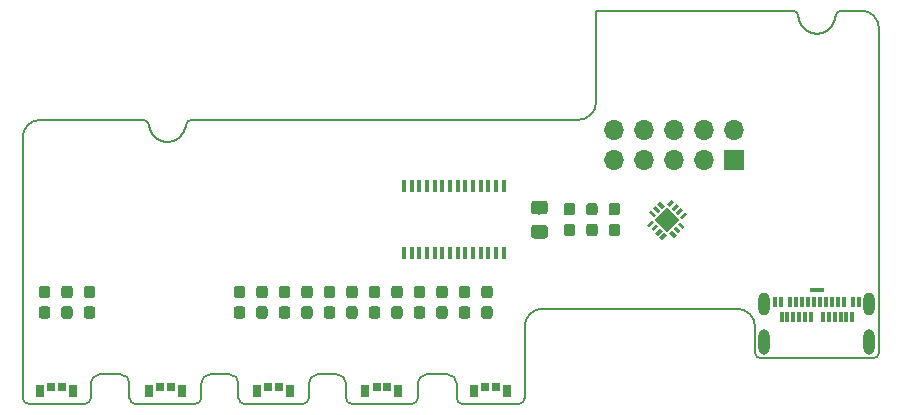
<source format=gbr>
%TF.GenerationSoftware,KiCad,Pcbnew,(5.0.0)*%
%TF.CreationDate,2019-04-13T23:36:30-04:00*%
%TF.ProjectId,Fusion USB Daughter Board,467573696F6E20555342204461756768,rev?*%
%TF.SameCoordinates,Original*%
%TF.FileFunction,Soldermask,Top*%
%TF.FilePolarity,Negative*%
%FSLAX46Y46*%
G04 Gerber Fmt 4.6, Leading zero omitted, Abs format (unit mm)*
G04 Created by KiCad (PCBNEW (5.0.0)) date 04/13/19 23:36:30*
%MOMM*%
%LPD*%
G01*
G04 APERTURE LIST*
%ADD10C,0.200000*%
%ADD11C,1.450000*%
%ADD12C,0.100000*%
%ADD13C,0.300000*%
%ADD14C,0.950000*%
%ADD15C,1.150000*%
%ADD16R,0.701600X1.001600*%
%ADD17R,0.701600X0.701600*%
%ADD18R,0.351600X0.851600*%
%ADD19R,0.401600X0.851600*%
%ADD20R,1.301600X0.451600*%
%ADD21O,0.951600X1.951600*%
%ADD22O,0.951600X2.151600*%
%ADD23R,1.700000X1.700000*%
%ADD24O,1.700000X1.700000*%
%ADD25R,0.400000X1.100000*%
G04 APERTURE END LIST*
D10*
X175844523Y-100731300D02*
X175874537Y-100710100D01*
X175248101Y-100977300D02*
X175283192Y-100970800D01*
X175035584Y-100998300D02*
X175071150Y-100997000D01*
X174787114Y-100983000D02*
X174822434Y-100987800D01*
X174409341Y-100873400D02*
X174442557Y-100887500D01*
X174247966Y-100790400D02*
X174279560Y-100808600D01*
X176071720Y-100541600D02*
X176097880Y-100514800D01*
X176097880Y-100514800D02*
X176123490Y-100487400D01*
X174751899Y-100977300D02*
X174787114Y-100983000D01*
X174543794Y-100925100D02*
X174578013Y-100935900D01*
X176045030Y-100567700D02*
X176071720Y-100541600D01*
X175990122Y-100617900D02*
X176017830Y-100593200D01*
X175814091Y-100751700D02*
X175844523Y-100731300D01*
X175961925Y-100642000D02*
X175990122Y-100617900D01*
X174928850Y-100997000D02*
X174964416Y-100998300D01*
X175318144Y-100963300D02*
X175352939Y-100955000D01*
X175933253Y-100665400D02*
X175961925Y-100642000D01*
X175106680Y-100994800D02*
X175142158Y-100991800D01*
X175142158Y-100991800D02*
X175177566Y-100987800D01*
X174857842Y-100991800D02*
X174893320Y-100994800D01*
X175071150Y-100997000D02*
X175106680Y-100994800D01*
X175904118Y-100688100D02*
X175933253Y-100665400D01*
X175456206Y-100925100D02*
X175490200Y-100913400D01*
X175874537Y-100710100D02*
X175904118Y-100688100D01*
X175783256Y-100771500D02*
X175814091Y-100751700D01*
X175752034Y-100790400D02*
X175783256Y-100771500D01*
X175623583Y-100858400D02*
X175656199Y-100842600D01*
X174578013Y-100935900D02*
X174612442Y-100945900D01*
X175387558Y-100945900D02*
X175421987Y-100935900D01*
X174376417Y-100858400D02*
X174409341Y-100873400D01*
X175352939Y-100955000D02*
X175387558Y-100945900D01*
X175283192Y-100970800D02*
X175318144Y-100963300D01*
X175212886Y-100983000D02*
X175248101Y-100977300D01*
X174647061Y-100955000D02*
X174681856Y-100963300D01*
X174893320Y-100994800D02*
X174928850Y-100997000D01*
X174822434Y-100987800D02*
X174857842Y-100991800D01*
X175720440Y-100808600D02*
X175752034Y-100790400D01*
X174612442Y-100945900D02*
X174647061Y-100955000D01*
X174311510Y-100826000D02*
X174343801Y-100842600D01*
X174681856Y-100963300D02*
X174716808Y-100970800D01*
X174343801Y-100842600D02*
X174376417Y-100858400D01*
X175177566Y-100987800D02*
X175212886Y-100983000D01*
X175688490Y-100826000D02*
X175720440Y-100808600D01*
X174716808Y-100970800D02*
X174751899Y-100977300D01*
X175656199Y-100842600D02*
X175688490Y-100826000D01*
X175490200Y-100913400D02*
X175523951Y-100900900D01*
X174509800Y-100913400D02*
X174543794Y-100925100D01*
X174964416Y-100998300D02*
X175000000Y-100998800D01*
X174279560Y-100808600D02*
X174311510Y-100826000D01*
X175421987Y-100935900D02*
X175456206Y-100925100D01*
X175523951Y-100900900D02*
X175557443Y-100887500D01*
X174442557Y-100887500D02*
X174476049Y-100900900D01*
X175000000Y-100998800D02*
X175035584Y-100998300D01*
X175557443Y-100887500D02*
X175590659Y-100873400D01*
X176017830Y-100593200D02*
X176045030Y-100567700D01*
X175590659Y-100873400D02*
X175623583Y-100858400D01*
X174476049Y-100900900D02*
X174509800Y-100913400D01*
X121071400Y-109698700D02*
X121096800Y-109672700D01*
X120541500Y-110050700D02*
X120573900Y-110037400D01*
X119965500Y-110155100D02*
X120000000Y-110155500D01*
X120342600Y-110114300D02*
X120376200Y-110105700D01*
X119759200Y-110135300D02*
X119793400Y-110140700D01*
X119590300Y-110096300D02*
X119623800Y-110105700D01*
X121045500Y-109724000D02*
X121071400Y-109698700D01*
X120103500Y-110151800D02*
X120137900Y-110148900D01*
X120069000Y-110153900D02*
X120103500Y-110151800D01*
X120034500Y-110155100D02*
X120069000Y-110153900D01*
X119896500Y-110151800D02*
X119931000Y-110153900D01*
X119268600Y-109959200D02*
X119299500Y-109976300D01*
X121019100Y-109748700D02*
X121045500Y-109724000D01*
X120240800Y-110135300D02*
X120274800Y-110129100D01*
X119557000Y-110086100D02*
X119590300Y-110096300D01*
X119238100Y-109941300D02*
X119268600Y-109959200D01*
X119491100Y-110063300D02*
X119524000Y-110075100D01*
X120606000Y-110023300D02*
X120637800Y-110008400D01*
X119207900Y-109922700D02*
X119238100Y-109941300D01*
X120992200Y-109772800D02*
X121019100Y-109748700D01*
X120409700Y-110096300D02*
X120443000Y-110086100D01*
X120443000Y-110086100D02*
X120476000Y-110075100D01*
X120172300Y-110145200D02*
X120206600Y-110140700D01*
X120731400Y-109959200D02*
X120761900Y-109941300D01*
X120376200Y-110105700D02*
X120409700Y-110096300D01*
X119119700Y-109862600D02*
X119148700Y-109883300D01*
X120964900Y-109796300D02*
X120992200Y-109772800D01*
X120937200Y-109819000D02*
X120964900Y-109796300D01*
X120909000Y-109841100D02*
X120937200Y-109819000D01*
X120880300Y-109862600D02*
X120909000Y-109841100D01*
X120851300Y-109883300D02*
X120880300Y-109862600D01*
X120669300Y-109992700D02*
X120700500Y-109976300D01*
X119931000Y-110153900D02*
X119965500Y-110155100D01*
X119725200Y-110129100D02*
X119759200Y-110135300D01*
X120637800Y-110008400D02*
X120669300Y-109992700D01*
X120573900Y-110037400D02*
X120606000Y-110023300D01*
X120508900Y-110063300D02*
X120541500Y-110050700D01*
X119394000Y-110023300D02*
X119426100Y-110037400D01*
X120206600Y-110140700D02*
X120240800Y-110135300D01*
X119330700Y-109992700D02*
X119362200Y-110008400D01*
X120137900Y-110148900D02*
X120172300Y-110145200D01*
X119691200Y-110122100D02*
X119725200Y-110129100D01*
X119524000Y-110075100D02*
X119557000Y-110086100D01*
X119657400Y-110114300D02*
X119691200Y-110122100D01*
X119362200Y-110008400D02*
X119394000Y-110023300D01*
X120792100Y-109922700D02*
X120821900Y-109903300D01*
X120761900Y-109941300D02*
X120792100Y-109922700D01*
X120476000Y-110075100D02*
X120508900Y-110063300D01*
X119299500Y-109976300D02*
X119330700Y-109992700D01*
X120700500Y-109976300D02*
X120731400Y-109959200D01*
X120274800Y-110129100D02*
X120308800Y-110122100D01*
X119862100Y-110148900D02*
X119896500Y-110151800D01*
X119623800Y-110105700D02*
X119657400Y-110114300D01*
X119458500Y-110050700D02*
X119491100Y-110063300D01*
X119426100Y-110037400D02*
X119458500Y-110050700D01*
X119091000Y-109841100D02*
X119119700Y-109862600D01*
X120308800Y-110122100D02*
X120342600Y-110114300D01*
X119793400Y-110140700D02*
X119827700Y-110145200D01*
X119062800Y-109819000D02*
X119091000Y-109841100D01*
X119148700Y-109883300D02*
X119178100Y-109903300D01*
X120821900Y-109903300D02*
X120851300Y-109883300D01*
X120000000Y-110155500D02*
X120034500Y-110155100D01*
X119178100Y-109903300D02*
X119207900Y-109922700D01*
X119827700Y-110145200D02*
X119862100Y-110148900D01*
X176327570Y-100214200D02*
X176347110Y-100181200D01*
X176220260Y-100371600D02*
X176242980Y-100341200D01*
X176196950Y-100401400D02*
X176220260Y-100371600D01*
X118451500Y-108826800D02*
X118460600Y-108863800D01*
X176265070Y-100310200D02*
X176286550Y-100278700D01*
X176527100Y-99752900D02*
X176537340Y-99715100D01*
X176401670Y-100079400D02*
X176418480Y-100044600D01*
X176148550Y-100459300D02*
X176173040Y-100430700D01*
X118460600Y-108863800D02*
X118470400Y-108900600D01*
X176577050Y-99522700D02*
X176582670Y-99483700D01*
X176537340Y-99715100D02*
X176546820Y-99677100D01*
X118573700Y-109184400D02*
X118589700Y-109218400D01*
X118954500Y-109724000D02*
X118980900Y-109748700D01*
X118980900Y-109748700D02*
X119007800Y-109772800D01*
X118928600Y-109698700D02*
X118954500Y-109724000D01*
X118762000Y-109504700D02*
X118784200Y-109534100D01*
X118903200Y-109672700D02*
X118928600Y-109698700D01*
X118878400Y-109646100D02*
X118903200Y-109672700D01*
X118854000Y-109619000D02*
X118878400Y-109646100D01*
X118830200Y-109591200D02*
X118854000Y-109619000D01*
X176478640Y-99901400D02*
X176491870Y-99864800D01*
X118558400Y-109150100D02*
X118573700Y-109184400D01*
X118492000Y-108973300D02*
X118503900Y-109009300D01*
X118435600Y-108752300D02*
X118443200Y-108789700D01*
X176563480Y-99600300D02*
X176570650Y-99561600D01*
X176434590Y-100009300D02*
X176450000Y-99973700D01*
X176464680Y-99937800D02*
X176478640Y-99901400D01*
X176384160Y-100113700D02*
X176401670Y-100079400D01*
X176347110Y-100181200D02*
X176365970Y-100147700D01*
X176418480Y-100044600D02*
X176434590Y-100009300D01*
X176504360Y-99827800D02*
X176516100Y-99790500D01*
X176173040Y-100430700D02*
X176196950Y-100401400D01*
X176242980Y-100341200D02*
X176265070Y-100310200D01*
X118443200Y-108789700D02*
X118451500Y-108826800D01*
X176516100Y-99790500D02*
X176527100Y-99752900D01*
X118806900Y-109563000D02*
X118830200Y-109591200D01*
X118543700Y-109115400D02*
X118558400Y-109150100D01*
X118784200Y-109534100D02*
X118806900Y-109563000D01*
X118719400Y-109444400D02*
X118740400Y-109474800D01*
X118699000Y-109413500D02*
X118719400Y-109444400D01*
X118529800Y-109080400D02*
X118543700Y-109115400D01*
X118660100Y-109350200D02*
X118679200Y-109382100D01*
X118623600Y-109285200D02*
X118641500Y-109317900D01*
X118606300Y-109252000D02*
X118623600Y-109285200D01*
X176307380Y-100246700D02*
X176327570Y-100214200D01*
X118503900Y-109009300D02*
X118516500Y-109045000D01*
X118470400Y-108900600D02*
X118480800Y-108937100D01*
X118428700Y-108714700D02*
X118435600Y-108752300D01*
X176546820Y-99677100D02*
X176555540Y-99638800D01*
X176123490Y-100487400D02*
X176148550Y-100459300D01*
X176570650Y-99561600D02*
X176577050Y-99522700D01*
X176491870Y-99864800D02*
X176504360Y-99827800D01*
X176286550Y-100278700D02*
X176307380Y-100246700D01*
X176365970Y-100147700D02*
X176384160Y-100113700D01*
X119035100Y-109796300D02*
X119062800Y-109819000D01*
X118589700Y-109218400D02*
X118606300Y-109252000D01*
X119007800Y-109772800D02*
X119035100Y-109796300D01*
X118740400Y-109474800D02*
X118762000Y-109504700D01*
X118480800Y-108937100D02*
X118492000Y-108973300D01*
X176555540Y-99638800D02*
X176563480Y-99600300D01*
X118679200Y-109382100D02*
X118699000Y-109413500D01*
X118641500Y-109317900D02*
X118660100Y-109350200D01*
X118516500Y-109045000D02*
X118529800Y-109080400D01*
X176450000Y-99973700D02*
X176464680Y-99937800D01*
X121441600Y-109150100D02*
X121456300Y-109115400D01*
X121358500Y-109317900D02*
X121376400Y-109285200D01*
X121339900Y-109350200D02*
X121358500Y-109317900D01*
X121393700Y-109252000D02*
X121410300Y-109218400D01*
X121496100Y-109009300D02*
X121508000Y-108973300D01*
X121301000Y-109413500D02*
X121320800Y-109382100D01*
X121121600Y-109646100D02*
X121146000Y-109619000D01*
X121548500Y-108826800D02*
X121556800Y-108789700D01*
X121564400Y-108752300D02*
X121571300Y-108714700D01*
X121519200Y-108937100D02*
X121529600Y-108900600D01*
X121215800Y-109534100D02*
X121238000Y-109504700D01*
X121539400Y-108863800D02*
X121548500Y-108826800D01*
X121483500Y-109045000D02*
X121496100Y-109009300D01*
X121456300Y-109115400D02*
X121470200Y-109080400D01*
X121508000Y-108973300D02*
X121519200Y-108937100D01*
X121146000Y-109619000D02*
X121169800Y-109591200D01*
X121320800Y-109382100D02*
X121339900Y-109350200D01*
X121376400Y-109285200D02*
X121393700Y-109252000D01*
X121426300Y-109184400D02*
X121441600Y-109150100D01*
X121259600Y-109474800D02*
X121280600Y-109444400D01*
X121280600Y-109444400D02*
X121301000Y-109413500D01*
X121556800Y-108789700D02*
X121564400Y-108752300D01*
X121410300Y-109218400D02*
X121426300Y-109184400D01*
X121470200Y-109080400D02*
X121483500Y-109045000D01*
X121169800Y-109591200D02*
X121193100Y-109563000D01*
X121096800Y-109672700D02*
X121121600Y-109646100D01*
X121238000Y-109504700D02*
X121259600Y-109474800D01*
X121529600Y-108900600D02*
X121539400Y-108863800D01*
X121193100Y-109563000D02*
X121215800Y-109534100D01*
X117936045Y-108299999D02*
G75*
G02X118428722Y-108714735I0J-500001D01*
G01*
X107750476Y-109800000D02*
G75*
G02X109250476Y-108300000I1500000J0D01*
G01*
X108250476Y-132350000D02*
X113014721Y-132350000D01*
X108250476Y-132350000D02*
G75*
G02X107750476Y-131850000I0J500000D01*
G01*
X117936045Y-108300000D02*
X109250476Y-108300000D01*
X107750476Y-109800000D02*
X107750476Y-131850000D01*
X113514721Y-131850000D02*
G75*
G02X113014721Y-132350000I-500000J0D01*
G01*
X174125463Y-100710100D02*
X174155477Y-100731300D01*
X173928280Y-100541600D02*
X173954970Y-100567700D01*
X174095882Y-100688100D02*
X174125463Y-100710100D01*
X174066747Y-100665400D02*
X174095882Y-100688100D01*
X174038075Y-100642000D02*
X174066747Y-100665400D01*
X173713450Y-100278700D02*
X173734930Y-100310200D01*
X173565410Y-100009300D02*
X173581520Y-100044600D01*
X173757020Y-100341200D02*
X173779740Y-100371600D01*
X174009878Y-100617900D02*
X174038075Y-100642000D01*
X173672430Y-100214200D02*
X173692620Y-100246700D01*
X173615840Y-100113700D02*
X173634030Y-100147700D01*
X173851450Y-100459300D02*
X173876510Y-100487400D01*
X173652890Y-100181200D02*
X173672430Y-100214200D01*
X174216744Y-100771500D02*
X174247966Y-100790400D01*
X174185909Y-100751700D02*
X174216744Y-100771500D01*
X174155477Y-100731300D02*
X174185909Y-100751700D01*
X173634030Y-100147700D02*
X173652890Y-100181200D01*
X173734930Y-100310200D02*
X173757020Y-100341200D01*
X173598330Y-100079400D02*
X173615840Y-100113700D01*
X173982170Y-100593200D02*
X174009878Y-100617900D01*
X173954970Y-100567700D02*
X173982170Y-100593200D01*
X173692620Y-100246700D02*
X173713450Y-100278700D01*
X173581520Y-100044600D02*
X173598330Y-100079400D01*
X173826960Y-100430700D02*
X173851450Y-100459300D01*
X173779740Y-100371600D02*
X173803050Y-100401400D01*
X173803050Y-100401400D02*
X173826960Y-100430700D01*
X173876510Y-100487400D02*
X173902120Y-100514800D01*
X173902120Y-100514800D02*
X173928280Y-100541600D01*
X126523615Y-132350000D02*
X131476385Y-132350000D01*
X172921746Y-99050000D02*
X156300000Y-99050000D01*
X172921746Y-99050000D02*
G75*
G02X173417335Y-99483729I0J-500000D01*
G01*
X170250000Y-128500000D02*
X179750000Y-128500000D01*
X173550000Y-99973700D02*
X173565410Y-100009300D01*
X173535320Y-99937800D02*
X173550000Y-99973700D01*
X173444460Y-99638800D02*
X173453180Y-99677100D01*
X125273615Y-129850000D02*
G75*
G02X126023615Y-130600000I0J-750000D01*
G01*
X173417330Y-99483700D02*
X173422950Y-99522700D01*
X156300000Y-106800000D02*
G75*
G02X154800000Y-108300000I-1500000J0D01*
G01*
X150249524Y-125789340D02*
G75*
G02X151749524Y-124289340I1500000J0D01*
G01*
X180250000Y-128000000D02*
X180250000Y-100550000D01*
X180250000Y-128000000D02*
G75*
G02X179750000Y-128500000I-500000J0D01*
G01*
X117296238Y-132350000D02*
X122370701Y-132350000D01*
X141203762Y-131850000D02*
X141203762Y-130600000D01*
X173521360Y-99901400D02*
X173535320Y-99937800D01*
X123620701Y-129850000D02*
X125273615Y-129850000D01*
X122870701Y-131850000D02*
G75*
G02X122370701Y-132350000I-500000J0D01*
G01*
X122870701Y-130600000D02*
G75*
G02X123620701Y-129850000I750000J0D01*
G01*
X173508130Y-99864800D02*
X173521360Y-99901400D01*
X132726385Y-129850000D02*
X134379299Y-129850000D01*
X173495640Y-99827800D02*
X173508130Y-99864800D01*
X173472900Y-99752900D02*
X173483900Y-99790500D01*
X173436520Y-99600300D02*
X173444460Y-99638800D01*
X173462660Y-99715100D02*
X173472900Y-99752900D01*
X173429350Y-99561600D02*
X173436520Y-99600300D01*
X113514721Y-130600000D02*
G75*
G02X114264721Y-129850000I750000J0D01*
G01*
X141203762Y-131850000D02*
G75*
G02X140703762Y-132350000I-500000J0D01*
G01*
X150249524Y-131850000D02*
G75*
G02X149749524Y-132350000I-500000J0D01*
G01*
X135129299Y-130600000D02*
X135129299Y-131850000D01*
X122870701Y-131850000D02*
X122870701Y-130600000D01*
X134379299Y-129850000D02*
G75*
G02X135129299Y-130600000I0J-750000D01*
G01*
X173422950Y-99522700D02*
X173429350Y-99561600D01*
X144985279Y-132350000D02*
X149749524Y-132350000D01*
X143735279Y-129850000D02*
G75*
G02X144485279Y-130600000I0J-750000D01*
G01*
X135629299Y-132350000D02*
X140703762Y-132350000D01*
X156300000Y-99050000D02*
X156300000Y-106800000D01*
X169750000Y-125789340D02*
X169750000Y-128000000D01*
X131976385Y-131850000D02*
G75*
G02X131476385Y-132350000I-500000J0D01*
G01*
X126023615Y-130600000D02*
X126023615Y-131850000D01*
X150249524Y-131850000D02*
X150249524Y-125789340D01*
X173453180Y-99677100D02*
X173462660Y-99715100D01*
X178750000Y-99050000D02*
G75*
G02X180250000Y-100550000I0J-1500000D01*
G01*
X126523615Y-132350000D02*
G75*
G02X126023615Y-131850000I0J500000D01*
G01*
X116796238Y-130600000D02*
X116796238Y-131850000D01*
X176582665Y-99483729D02*
G75*
G02X177078254Y-99050000I495589J-66271D01*
G01*
X178750000Y-99050000D02*
X177078254Y-99050000D01*
X170250000Y-128500000D02*
G75*
G02X169750000Y-128000000I0J500000D01*
G01*
X168250000Y-124289340D02*
G75*
G02X169750000Y-125789340I0J-1500000D01*
G01*
X135629299Y-132350000D02*
G75*
G02X135129299Y-131850000I0J500000D01*
G01*
X131976385Y-130600000D02*
G75*
G02X132726385Y-129850000I750000J0D01*
G01*
X116046238Y-129850000D02*
G75*
G02X116796238Y-130600000I0J-750000D01*
G01*
X141953762Y-129850000D02*
X143735279Y-129850000D01*
X141203762Y-130600000D02*
G75*
G02X141953762Y-129850000I750000J0D01*
G01*
X114264721Y-129850000D02*
X116046238Y-129850000D01*
X117296238Y-132350000D02*
G75*
G02X116796238Y-131850000I0J500000D01*
G01*
X131976385Y-131850000D02*
X131976385Y-130600000D01*
X151749524Y-124289340D02*
X168250000Y-124289340D01*
X173483900Y-99790500D02*
X173495640Y-99827800D01*
X121571279Y-108714735D02*
G75*
G02X122063955Y-108300000I492676J-85265D01*
G01*
X113514721Y-131850000D02*
X113514721Y-130600000D01*
X154800000Y-108300000D02*
X122063955Y-108300000D01*
X144985279Y-132350000D02*
G75*
G02X144485279Y-131850000I0J500000D01*
G01*
X144485279Y-130600000D02*
X144485279Y-131850000D01*
D11*
X162300000Y-116745000D03*
D12*
G36*
X161274695Y-116745000D02*
X162300000Y-115719695D01*
X163325305Y-116745000D01*
X162300000Y-117770305D01*
X161274695Y-116745000D01*
X161274695Y-116745000D01*
G37*
D13*
X162628805Y-115355535D03*
D12*
G36*
X162317678Y-115454530D02*
X162727800Y-115044408D01*
X162939932Y-115256540D01*
X162529810Y-115666662D01*
X162317678Y-115454530D01*
X162317678Y-115454530D01*
G37*
D13*
X162982358Y-115709089D03*
D12*
G36*
X162671231Y-115808084D02*
X163081353Y-115397962D01*
X163293485Y-115610094D01*
X162883363Y-116020216D01*
X162671231Y-115808084D01*
X162671231Y-115808084D01*
G37*
D13*
X163335911Y-116062642D03*
D12*
G36*
X163024784Y-116161637D02*
X163434906Y-115751515D01*
X163647038Y-115963647D01*
X163236916Y-116373769D01*
X163024784Y-116161637D01*
X163024784Y-116161637D01*
G37*
D13*
X163689465Y-116416195D03*
D12*
G36*
X163378338Y-116515190D02*
X163788460Y-116105068D01*
X164000592Y-116317200D01*
X163590470Y-116727322D01*
X163378338Y-116515190D01*
X163378338Y-116515190D01*
G37*
D13*
X161971195Y-118134465D03*
D12*
G36*
X161660068Y-118233460D02*
X162070190Y-117823338D01*
X162282322Y-118035470D01*
X161872200Y-118445592D01*
X161660068Y-118233460D01*
X161660068Y-118233460D01*
G37*
D13*
X161617642Y-117780911D03*
D12*
G36*
X161306515Y-117879906D02*
X161716637Y-117469784D01*
X161928769Y-117681916D01*
X161518647Y-118092038D01*
X161306515Y-117879906D01*
X161306515Y-117879906D01*
G37*
D13*
X161264089Y-117427358D03*
D12*
G36*
X160952962Y-117526353D02*
X161363084Y-117116231D01*
X161575216Y-117328363D01*
X161165094Y-117738485D01*
X160952962Y-117526353D01*
X160952962Y-117526353D01*
G37*
D13*
X160910535Y-117073805D03*
D12*
G36*
X160599408Y-117172800D02*
X161009530Y-116762678D01*
X161221662Y-116974810D01*
X160811540Y-117384932D01*
X160599408Y-117172800D01*
X160599408Y-117172800D01*
G37*
D13*
X163159135Y-117604135D03*
D12*
G36*
X162848008Y-117505140D02*
X163060140Y-117293008D01*
X163470262Y-117703130D01*
X163258130Y-117915262D01*
X162848008Y-117505140D01*
X162848008Y-117505140D01*
G37*
D13*
X163512688Y-117250581D03*
D12*
G36*
X163201561Y-117151586D02*
X163413693Y-116939454D01*
X163823815Y-117349576D01*
X163611683Y-117561708D01*
X163201561Y-117151586D01*
X163201561Y-117151586D01*
G37*
D13*
X162805581Y-117957688D03*
D12*
G36*
X162494454Y-117858693D02*
X162706586Y-117646561D01*
X163116708Y-118056683D01*
X162904576Y-118268815D01*
X162494454Y-117858693D01*
X162494454Y-117858693D01*
G37*
D13*
X161087312Y-116239419D03*
D12*
G36*
X160776185Y-116140424D02*
X160988317Y-115928292D01*
X161398439Y-116338414D01*
X161186307Y-116550546D01*
X160776185Y-116140424D01*
X160776185Y-116140424D01*
G37*
D13*
X161794419Y-115532312D03*
D12*
G36*
X161483292Y-115433317D02*
X161695424Y-115221185D01*
X162105546Y-115631307D01*
X161893414Y-115843439D01*
X161483292Y-115433317D01*
X161483292Y-115433317D01*
G37*
D13*
X161440865Y-115885865D03*
D12*
G36*
X161129738Y-115786870D02*
X161341870Y-115574738D01*
X161751992Y-115984860D01*
X161539860Y-116196992D01*
X161129738Y-115786870D01*
X161129738Y-115786870D01*
G37*
G36*
X158115779Y-115346144D02*
X158138834Y-115349563D01*
X158161443Y-115355227D01*
X158183387Y-115363079D01*
X158204457Y-115373044D01*
X158224448Y-115385026D01*
X158243168Y-115398910D01*
X158260438Y-115414562D01*
X158276090Y-115431832D01*
X158289974Y-115450552D01*
X158301956Y-115470543D01*
X158311921Y-115491613D01*
X158319773Y-115513557D01*
X158325437Y-115536166D01*
X158328856Y-115559221D01*
X158330000Y-115582500D01*
X158330000Y-116157500D01*
X158328856Y-116180779D01*
X158325437Y-116203834D01*
X158319773Y-116226443D01*
X158311921Y-116248387D01*
X158301956Y-116269457D01*
X158289974Y-116289448D01*
X158276090Y-116308168D01*
X158260438Y-116325438D01*
X158243168Y-116341090D01*
X158224448Y-116354974D01*
X158204457Y-116366956D01*
X158183387Y-116376921D01*
X158161443Y-116384773D01*
X158138834Y-116390437D01*
X158115779Y-116393856D01*
X158092500Y-116395000D01*
X157617500Y-116395000D01*
X157594221Y-116393856D01*
X157571166Y-116390437D01*
X157548557Y-116384773D01*
X157526613Y-116376921D01*
X157505543Y-116366956D01*
X157485552Y-116354974D01*
X157466832Y-116341090D01*
X157449562Y-116325438D01*
X157433910Y-116308168D01*
X157420026Y-116289448D01*
X157408044Y-116269457D01*
X157398079Y-116248387D01*
X157390227Y-116226443D01*
X157384563Y-116203834D01*
X157381144Y-116180779D01*
X157380000Y-116157500D01*
X157380000Y-115582500D01*
X157381144Y-115559221D01*
X157384563Y-115536166D01*
X157390227Y-115513557D01*
X157398079Y-115491613D01*
X157408044Y-115470543D01*
X157420026Y-115450552D01*
X157433910Y-115431832D01*
X157449562Y-115414562D01*
X157466832Y-115398910D01*
X157485552Y-115385026D01*
X157505543Y-115373044D01*
X157526613Y-115363079D01*
X157548557Y-115355227D01*
X157571166Y-115349563D01*
X157594221Y-115346144D01*
X157617500Y-115345000D01*
X158092500Y-115345000D01*
X158115779Y-115346144D01*
X158115779Y-115346144D01*
G37*
D14*
X157855000Y-115870000D03*
D12*
G36*
X158115779Y-117096144D02*
X158138834Y-117099563D01*
X158161443Y-117105227D01*
X158183387Y-117113079D01*
X158204457Y-117123044D01*
X158224448Y-117135026D01*
X158243168Y-117148910D01*
X158260438Y-117164562D01*
X158276090Y-117181832D01*
X158289974Y-117200552D01*
X158301956Y-117220543D01*
X158311921Y-117241613D01*
X158319773Y-117263557D01*
X158325437Y-117286166D01*
X158328856Y-117309221D01*
X158330000Y-117332500D01*
X158330000Y-117907500D01*
X158328856Y-117930779D01*
X158325437Y-117953834D01*
X158319773Y-117976443D01*
X158311921Y-117998387D01*
X158301956Y-118019457D01*
X158289974Y-118039448D01*
X158276090Y-118058168D01*
X158260438Y-118075438D01*
X158243168Y-118091090D01*
X158224448Y-118104974D01*
X158204457Y-118116956D01*
X158183387Y-118126921D01*
X158161443Y-118134773D01*
X158138834Y-118140437D01*
X158115779Y-118143856D01*
X158092500Y-118145000D01*
X157617500Y-118145000D01*
X157594221Y-118143856D01*
X157571166Y-118140437D01*
X157548557Y-118134773D01*
X157526613Y-118126921D01*
X157505543Y-118116956D01*
X157485552Y-118104974D01*
X157466832Y-118091090D01*
X157449562Y-118075438D01*
X157433910Y-118058168D01*
X157420026Y-118039448D01*
X157408044Y-118019457D01*
X157398079Y-117998387D01*
X157390227Y-117976443D01*
X157384563Y-117953834D01*
X157381144Y-117930779D01*
X157380000Y-117907500D01*
X157380000Y-117332500D01*
X157381144Y-117309221D01*
X157384563Y-117286166D01*
X157390227Y-117263557D01*
X157398079Y-117241613D01*
X157408044Y-117220543D01*
X157420026Y-117200552D01*
X157433910Y-117181832D01*
X157449562Y-117164562D01*
X157466832Y-117148910D01*
X157485552Y-117135026D01*
X157505543Y-117123044D01*
X157526613Y-117113079D01*
X157548557Y-117105227D01*
X157571166Y-117099563D01*
X157594221Y-117096144D01*
X157617500Y-117095000D01*
X158092500Y-117095000D01*
X158115779Y-117096144D01*
X158115779Y-117096144D01*
G37*
D14*
X157855000Y-117620000D03*
D12*
G36*
X151979505Y-117196204D02*
X152003773Y-117199804D01*
X152027572Y-117205765D01*
X152050671Y-117214030D01*
X152072850Y-117224520D01*
X152093893Y-117237132D01*
X152113599Y-117251747D01*
X152131777Y-117268223D01*
X152148253Y-117286401D01*
X152162868Y-117306107D01*
X152175480Y-117327150D01*
X152185970Y-117349329D01*
X152194235Y-117372428D01*
X152200196Y-117396227D01*
X152203796Y-117420495D01*
X152205000Y-117444999D01*
X152205000Y-118095001D01*
X152203796Y-118119505D01*
X152200196Y-118143773D01*
X152194235Y-118167572D01*
X152185970Y-118190671D01*
X152175480Y-118212850D01*
X152162868Y-118233893D01*
X152148253Y-118253599D01*
X152131777Y-118271777D01*
X152113599Y-118288253D01*
X152093893Y-118302868D01*
X152072850Y-118315480D01*
X152050671Y-118325970D01*
X152027572Y-118334235D01*
X152003773Y-118340196D01*
X151979505Y-118343796D01*
X151955001Y-118345000D01*
X151054999Y-118345000D01*
X151030495Y-118343796D01*
X151006227Y-118340196D01*
X150982428Y-118334235D01*
X150959329Y-118325970D01*
X150937150Y-118315480D01*
X150916107Y-118302868D01*
X150896401Y-118288253D01*
X150878223Y-118271777D01*
X150861747Y-118253599D01*
X150847132Y-118233893D01*
X150834520Y-118212850D01*
X150824030Y-118190671D01*
X150815765Y-118167572D01*
X150809804Y-118143773D01*
X150806204Y-118119505D01*
X150805000Y-118095001D01*
X150805000Y-117444999D01*
X150806204Y-117420495D01*
X150809804Y-117396227D01*
X150815765Y-117372428D01*
X150824030Y-117349329D01*
X150834520Y-117327150D01*
X150847132Y-117306107D01*
X150861747Y-117286401D01*
X150878223Y-117268223D01*
X150896401Y-117251747D01*
X150916107Y-117237132D01*
X150937150Y-117224520D01*
X150959329Y-117214030D01*
X150982428Y-117205765D01*
X151006227Y-117199804D01*
X151030495Y-117196204D01*
X151054999Y-117195000D01*
X151955001Y-117195000D01*
X151979505Y-117196204D01*
X151979505Y-117196204D01*
G37*
D15*
X151505000Y-117770000D03*
D12*
G36*
X151979505Y-115146204D02*
X152003773Y-115149804D01*
X152027572Y-115155765D01*
X152050671Y-115164030D01*
X152072850Y-115174520D01*
X152093893Y-115187132D01*
X152113599Y-115201747D01*
X152131777Y-115218223D01*
X152148253Y-115236401D01*
X152162868Y-115256107D01*
X152175480Y-115277150D01*
X152185970Y-115299329D01*
X152194235Y-115322428D01*
X152200196Y-115346227D01*
X152203796Y-115370495D01*
X152205000Y-115394999D01*
X152205000Y-116045001D01*
X152203796Y-116069505D01*
X152200196Y-116093773D01*
X152194235Y-116117572D01*
X152185970Y-116140671D01*
X152175480Y-116162850D01*
X152162868Y-116183893D01*
X152148253Y-116203599D01*
X152131777Y-116221777D01*
X152113599Y-116238253D01*
X152093893Y-116252868D01*
X152072850Y-116265480D01*
X152050671Y-116275970D01*
X152027572Y-116284235D01*
X152003773Y-116290196D01*
X151979505Y-116293796D01*
X151955001Y-116295000D01*
X151054999Y-116295000D01*
X151030495Y-116293796D01*
X151006227Y-116290196D01*
X150982428Y-116284235D01*
X150959329Y-116275970D01*
X150937150Y-116265480D01*
X150916107Y-116252868D01*
X150896401Y-116238253D01*
X150878223Y-116221777D01*
X150861747Y-116203599D01*
X150847132Y-116183893D01*
X150834520Y-116162850D01*
X150824030Y-116140671D01*
X150815765Y-116117572D01*
X150809804Y-116093773D01*
X150806204Y-116069505D01*
X150805000Y-116045001D01*
X150805000Y-115394999D01*
X150806204Y-115370495D01*
X150809804Y-115346227D01*
X150815765Y-115322428D01*
X150824030Y-115299329D01*
X150834520Y-115277150D01*
X150847132Y-115256107D01*
X150861747Y-115236401D01*
X150878223Y-115218223D01*
X150896401Y-115201747D01*
X150916107Y-115187132D01*
X150937150Y-115174520D01*
X150959329Y-115164030D01*
X150982428Y-115155765D01*
X151006227Y-115149804D01*
X151030495Y-115146204D01*
X151054999Y-115145000D01*
X151955001Y-115145000D01*
X151979505Y-115146204D01*
X151979505Y-115146204D01*
G37*
D15*
X151505000Y-115720000D03*
D12*
G36*
X154305779Y-117096144D02*
X154328834Y-117099563D01*
X154351443Y-117105227D01*
X154373387Y-117113079D01*
X154394457Y-117123044D01*
X154414448Y-117135026D01*
X154433168Y-117148910D01*
X154450438Y-117164562D01*
X154466090Y-117181832D01*
X154479974Y-117200552D01*
X154491956Y-117220543D01*
X154501921Y-117241613D01*
X154509773Y-117263557D01*
X154515437Y-117286166D01*
X154518856Y-117309221D01*
X154520000Y-117332500D01*
X154520000Y-117907500D01*
X154518856Y-117930779D01*
X154515437Y-117953834D01*
X154509773Y-117976443D01*
X154501921Y-117998387D01*
X154491956Y-118019457D01*
X154479974Y-118039448D01*
X154466090Y-118058168D01*
X154450438Y-118075438D01*
X154433168Y-118091090D01*
X154414448Y-118104974D01*
X154394457Y-118116956D01*
X154373387Y-118126921D01*
X154351443Y-118134773D01*
X154328834Y-118140437D01*
X154305779Y-118143856D01*
X154282500Y-118145000D01*
X153807500Y-118145000D01*
X153784221Y-118143856D01*
X153761166Y-118140437D01*
X153738557Y-118134773D01*
X153716613Y-118126921D01*
X153695543Y-118116956D01*
X153675552Y-118104974D01*
X153656832Y-118091090D01*
X153639562Y-118075438D01*
X153623910Y-118058168D01*
X153610026Y-118039448D01*
X153598044Y-118019457D01*
X153588079Y-117998387D01*
X153580227Y-117976443D01*
X153574563Y-117953834D01*
X153571144Y-117930779D01*
X153570000Y-117907500D01*
X153570000Y-117332500D01*
X153571144Y-117309221D01*
X153574563Y-117286166D01*
X153580227Y-117263557D01*
X153588079Y-117241613D01*
X153598044Y-117220543D01*
X153610026Y-117200552D01*
X153623910Y-117181832D01*
X153639562Y-117164562D01*
X153656832Y-117148910D01*
X153675552Y-117135026D01*
X153695543Y-117123044D01*
X153716613Y-117113079D01*
X153738557Y-117105227D01*
X153761166Y-117099563D01*
X153784221Y-117096144D01*
X153807500Y-117095000D01*
X154282500Y-117095000D01*
X154305779Y-117096144D01*
X154305779Y-117096144D01*
G37*
D14*
X154045000Y-117620000D03*
D12*
G36*
X154305779Y-115346144D02*
X154328834Y-115349563D01*
X154351443Y-115355227D01*
X154373387Y-115363079D01*
X154394457Y-115373044D01*
X154414448Y-115385026D01*
X154433168Y-115398910D01*
X154450438Y-115414562D01*
X154466090Y-115431832D01*
X154479974Y-115450552D01*
X154491956Y-115470543D01*
X154501921Y-115491613D01*
X154509773Y-115513557D01*
X154515437Y-115536166D01*
X154518856Y-115559221D01*
X154520000Y-115582500D01*
X154520000Y-116157500D01*
X154518856Y-116180779D01*
X154515437Y-116203834D01*
X154509773Y-116226443D01*
X154501921Y-116248387D01*
X154491956Y-116269457D01*
X154479974Y-116289448D01*
X154466090Y-116308168D01*
X154450438Y-116325438D01*
X154433168Y-116341090D01*
X154414448Y-116354974D01*
X154394457Y-116366956D01*
X154373387Y-116376921D01*
X154351443Y-116384773D01*
X154328834Y-116390437D01*
X154305779Y-116393856D01*
X154282500Y-116395000D01*
X153807500Y-116395000D01*
X153784221Y-116393856D01*
X153761166Y-116390437D01*
X153738557Y-116384773D01*
X153716613Y-116376921D01*
X153695543Y-116366956D01*
X153675552Y-116354974D01*
X153656832Y-116341090D01*
X153639562Y-116325438D01*
X153623910Y-116308168D01*
X153610026Y-116289448D01*
X153598044Y-116269457D01*
X153588079Y-116248387D01*
X153580227Y-116226443D01*
X153574563Y-116203834D01*
X153571144Y-116180779D01*
X153570000Y-116157500D01*
X153570000Y-115582500D01*
X153571144Y-115559221D01*
X153574563Y-115536166D01*
X153580227Y-115513557D01*
X153588079Y-115491613D01*
X153598044Y-115470543D01*
X153610026Y-115450552D01*
X153623910Y-115431832D01*
X153639562Y-115414562D01*
X153656832Y-115398910D01*
X153675552Y-115385026D01*
X153695543Y-115373044D01*
X153716613Y-115363079D01*
X153738557Y-115355227D01*
X153761166Y-115349563D01*
X153784221Y-115346144D01*
X153807500Y-115345000D01*
X154282500Y-115345000D01*
X154305779Y-115346144D01*
X154305779Y-115346144D01*
G37*
D14*
X154045000Y-115870000D03*
D16*
X127600000Y-131250000D03*
X130400000Y-131250000D03*
D17*
X128550000Y-130925000D03*
X129450000Y-130925000D03*
X120283000Y-130925000D03*
X119383000Y-130925000D03*
D16*
X121233000Y-131250000D03*
X118433000Y-131250000D03*
X109233000Y-131250000D03*
X112033000Y-131250000D03*
D17*
X110183000Y-130925000D03*
X111083000Y-130925000D03*
X138617000Y-130925000D03*
X137717000Y-130925000D03*
D16*
X139567000Y-131250000D03*
X136767000Y-131250000D03*
X145967000Y-131250000D03*
X148767000Y-131250000D03*
D17*
X146917000Y-130925000D03*
X147817000Y-130925000D03*
D18*
X172000000Y-124975000D03*
X172500000Y-124975000D03*
X173000000Y-124975000D03*
X173500000Y-124975000D03*
X174000000Y-124975000D03*
X174500000Y-124975000D03*
X175500000Y-124975000D03*
X176000000Y-124975000D03*
X176500000Y-124975000D03*
X177000000Y-124975000D03*
X177500000Y-124975000D03*
X178000000Y-124975000D03*
D19*
X178550000Y-123725000D03*
D18*
X178050000Y-123725000D03*
X177250000Y-123725000D03*
X176750000Y-123725000D03*
X176250000Y-123725000D03*
X175750000Y-123725000D03*
X175250000Y-123725000D03*
X174750000Y-123725000D03*
X174250000Y-123725000D03*
X173750000Y-123725000D03*
X173250000Y-123725000D03*
X172750000Y-123725000D03*
X171950000Y-123725000D03*
D19*
X171450000Y-123725000D03*
D20*
X175000000Y-122720000D03*
D21*
X179450000Y-123900000D03*
X170550000Y-123900000D03*
D22*
X179450000Y-127100000D03*
X170550000Y-127100000D03*
D23*
X167980000Y-111690000D03*
D24*
X167980000Y-109150000D03*
X165440000Y-111690000D03*
X165440000Y-109150000D03*
X162900000Y-111690000D03*
X162900000Y-109150000D03*
X160360000Y-111690000D03*
X160360000Y-109150000D03*
X157820000Y-111690000D03*
X157820000Y-109150000D03*
D12*
G36*
X156210779Y-115346144D02*
X156233834Y-115349563D01*
X156256443Y-115355227D01*
X156278387Y-115363079D01*
X156299457Y-115373044D01*
X156319448Y-115385026D01*
X156338168Y-115398910D01*
X156355438Y-115414562D01*
X156371090Y-115431832D01*
X156384974Y-115450552D01*
X156396956Y-115470543D01*
X156406921Y-115491613D01*
X156414773Y-115513557D01*
X156420437Y-115536166D01*
X156423856Y-115559221D01*
X156425000Y-115582500D01*
X156425000Y-116157500D01*
X156423856Y-116180779D01*
X156420437Y-116203834D01*
X156414773Y-116226443D01*
X156406921Y-116248387D01*
X156396956Y-116269457D01*
X156384974Y-116289448D01*
X156371090Y-116308168D01*
X156355438Y-116325438D01*
X156338168Y-116341090D01*
X156319448Y-116354974D01*
X156299457Y-116366956D01*
X156278387Y-116376921D01*
X156256443Y-116384773D01*
X156233834Y-116390437D01*
X156210779Y-116393856D01*
X156187500Y-116395000D01*
X155712500Y-116395000D01*
X155689221Y-116393856D01*
X155666166Y-116390437D01*
X155643557Y-116384773D01*
X155621613Y-116376921D01*
X155600543Y-116366956D01*
X155580552Y-116354974D01*
X155561832Y-116341090D01*
X155544562Y-116325438D01*
X155528910Y-116308168D01*
X155515026Y-116289448D01*
X155503044Y-116269457D01*
X155493079Y-116248387D01*
X155485227Y-116226443D01*
X155479563Y-116203834D01*
X155476144Y-116180779D01*
X155475000Y-116157500D01*
X155475000Y-115582500D01*
X155476144Y-115559221D01*
X155479563Y-115536166D01*
X155485227Y-115513557D01*
X155493079Y-115491613D01*
X155503044Y-115470543D01*
X155515026Y-115450552D01*
X155528910Y-115431832D01*
X155544562Y-115414562D01*
X155561832Y-115398910D01*
X155580552Y-115385026D01*
X155600543Y-115373044D01*
X155621613Y-115363079D01*
X155643557Y-115355227D01*
X155666166Y-115349563D01*
X155689221Y-115346144D01*
X155712500Y-115345000D01*
X156187500Y-115345000D01*
X156210779Y-115346144D01*
X156210779Y-115346144D01*
G37*
D14*
X155950000Y-115870000D03*
D12*
G36*
X156210779Y-117096144D02*
X156233834Y-117099563D01*
X156256443Y-117105227D01*
X156278387Y-117113079D01*
X156299457Y-117123044D01*
X156319448Y-117135026D01*
X156338168Y-117148910D01*
X156355438Y-117164562D01*
X156371090Y-117181832D01*
X156384974Y-117200552D01*
X156396956Y-117220543D01*
X156406921Y-117241613D01*
X156414773Y-117263557D01*
X156420437Y-117286166D01*
X156423856Y-117309221D01*
X156425000Y-117332500D01*
X156425000Y-117907500D01*
X156423856Y-117930779D01*
X156420437Y-117953834D01*
X156414773Y-117976443D01*
X156406921Y-117998387D01*
X156396956Y-118019457D01*
X156384974Y-118039448D01*
X156371090Y-118058168D01*
X156355438Y-118075438D01*
X156338168Y-118091090D01*
X156319448Y-118104974D01*
X156299457Y-118116956D01*
X156278387Y-118126921D01*
X156256443Y-118134773D01*
X156233834Y-118140437D01*
X156210779Y-118143856D01*
X156187500Y-118145000D01*
X155712500Y-118145000D01*
X155689221Y-118143856D01*
X155666166Y-118140437D01*
X155643557Y-118134773D01*
X155621613Y-118126921D01*
X155600543Y-118116956D01*
X155580552Y-118104974D01*
X155561832Y-118091090D01*
X155544562Y-118075438D01*
X155528910Y-118058168D01*
X155515026Y-118039448D01*
X155503044Y-118019457D01*
X155493079Y-117998387D01*
X155485227Y-117976443D01*
X155479563Y-117953834D01*
X155476144Y-117930779D01*
X155475000Y-117907500D01*
X155475000Y-117332500D01*
X155476144Y-117309221D01*
X155479563Y-117286166D01*
X155485227Y-117263557D01*
X155493079Y-117241613D01*
X155503044Y-117220543D01*
X155515026Y-117200552D01*
X155528910Y-117181832D01*
X155544562Y-117164562D01*
X155561832Y-117148910D01*
X155580552Y-117135026D01*
X155600543Y-117123044D01*
X155621613Y-117113079D01*
X155643557Y-117105227D01*
X155666166Y-117099563D01*
X155689221Y-117096144D01*
X155712500Y-117095000D01*
X156187500Y-117095000D01*
X156210779Y-117096144D01*
X156210779Y-117096144D01*
G37*
D14*
X155950000Y-117620000D03*
D12*
G36*
X135890779Y-124081144D02*
X135913834Y-124084563D01*
X135936443Y-124090227D01*
X135958387Y-124098079D01*
X135979457Y-124108044D01*
X135999448Y-124120026D01*
X136018168Y-124133910D01*
X136035438Y-124149562D01*
X136051090Y-124166832D01*
X136064974Y-124185552D01*
X136076956Y-124205543D01*
X136086921Y-124226613D01*
X136094773Y-124248557D01*
X136100437Y-124271166D01*
X136103856Y-124294221D01*
X136105000Y-124317500D01*
X136105000Y-124892500D01*
X136103856Y-124915779D01*
X136100437Y-124938834D01*
X136094773Y-124961443D01*
X136086921Y-124983387D01*
X136076956Y-125004457D01*
X136064974Y-125024448D01*
X136051090Y-125043168D01*
X136035438Y-125060438D01*
X136018168Y-125076090D01*
X135999448Y-125089974D01*
X135979457Y-125101956D01*
X135958387Y-125111921D01*
X135936443Y-125119773D01*
X135913834Y-125125437D01*
X135890779Y-125128856D01*
X135867500Y-125130000D01*
X135392500Y-125130000D01*
X135369221Y-125128856D01*
X135346166Y-125125437D01*
X135323557Y-125119773D01*
X135301613Y-125111921D01*
X135280543Y-125101956D01*
X135260552Y-125089974D01*
X135241832Y-125076090D01*
X135224562Y-125060438D01*
X135208910Y-125043168D01*
X135195026Y-125024448D01*
X135183044Y-125004457D01*
X135173079Y-124983387D01*
X135165227Y-124961443D01*
X135159563Y-124938834D01*
X135156144Y-124915779D01*
X135155000Y-124892500D01*
X135155000Y-124317500D01*
X135156144Y-124294221D01*
X135159563Y-124271166D01*
X135165227Y-124248557D01*
X135173079Y-124226613D01*
X135183044Y-124205543D01*
X135195026Y-124185552D01*
X135208910Y-124166832D01*
X135224562Y-124149562D01*
X135241832Y-124133910D01*
X135260552Y-124120026D01*
X135280543Y-124108044D01*
X135301613Y-124098079D01*
X135323557Y-124090227D01*
X135346166Y-124084563D01*
X135369221Y-124081144D01*
X135392500Y-124080000D01*
X135867500Y-124080000D01*
X135890779Y-124081144D01*
X135890779Y-124081144D01*
G37*
D14*
X135630000Y-124605000D03*
D12*
G36*
X135890779Y-122331144D02*
X135913834Y-122334563D01*
X135936443Y-122340227D01*
X135958387Y-122348079D01*
X135979457Y-122358044D01*
X135999448Y-122370026D01*
X136018168Y-122383910D01*
X136035438Y-122399562D01*
X136051090Y-122416832D01*
X136064974Y-122435552D01*
X136076956Y-122455543D01*
X136086921Y-122476613D01*
X136094773Y-122498557D01*
X136100437Y-122521166D01*
X136103856Y-122544221D01*
X136105000Y-122567500D01*
X136105000Y-123142500D01*
X136103856Y-123165779D01*
X136100437Y-123188834D01*
X136094773Y-123211443D01*
X136086921Y-123233387D01*
X136076956Y-123254457D01*
X136064974Y-123274448D01*
X136051090Y-123293168D01*
X136035438Y-123310438D01*
X136018168Y-123326090D01*
X135999448Y-123339974D01*
X135979457Y-123351956D01*
X135958387Y-123361921D01*
X135936443Y-123369773D01*
X135913834Y-123375437D01*
X135890779Y-123378856D01*
X135867500Y-123380000D01*
X135392500Y-123380000D01*
X135369221Y-123378856D01*
X135346166Y-123375437D01*
X135323557Y-123369773D01*
X135301613Y-123361921D01*
X135280543Y-123351956D01*
X135260552Y-123339974D01*
X135241832Y-123326090D01*
X135224562Y-123310438D01*
X135208910Y-123293168D01*
X135195026Y-123274448D01*
X135183044Y-123254457D01*
X135173079Y-123233387D01*
X135165227Y-123211443D01*
X135159563Y-123188834D01*
X135156144Y-123165779D01*
X135155000Y-123142500D01*
X135155000Y-122567500D01*
X135156144Y-122544221D01*
X135159563Y-122521166D01*
X135165227Y-122498557D01*
X135173079Y-122476613D01*
X135183044Y-122455543D01*
X135195026Y-122435552D01*
X135208910Y-122416832D01*
X135224562Y-122399562D01*
X135241832Y-122383910D01*
X135260552Y-122370026D01*
X135280543Y-122358044D01*
X135301613Y-122348079D01*
X135323557Y-122340227D01*
X135346166Y-122334563D01*
X135369221Y-122331144D01*
X135392500Y-122330000D01*
X135867500Y-122330000D01*
X135890779Y-122331144D01*
X135890779Y-122331144D01*
G37*
D14*
X135630000Y-122855000D03*
D12*
G36*
X133985779Y-124081144D02*
X134008834Y-124084563D01*
X134031443Y-124090227D01*
X134053387Y-124098079D01*
X134074457Y-124108044D01*
X134094448Y-124120026D01*
X134113168Y-124133910D01*
X134130438Y-124149562D01*
X134146090Y-124166832D01*
X134159974Y-124185552D01*
X134171956Y-124205543D01*
X134181921Y-124226613D01*
X134189773Y-124248557D01*
X134195437Y-124271166D01*
X134198856Y-124294221D01*
X134200000Y-124317500D01*
X134200000Y-124892500D01*
X134198856Y-124915779D01*
X134195437Y-124938834D01*
X134189773Y-124961443D01*
X134181921Y-124983387D01*
X134171956Y-125004457D01*
X134159974Y-125024448D01*
X134146090Y-125043168D01*
X134130438Y-125060438D01*
X134113168Y-125076090D01*
X134094448Y-125089974D01*
X134074457Y-125101956D01*
X134053387Y-125111921D01*
X134031443Y-125119773D01*
X134008834Y-125125437D01*
X133985779Y-125128856D01*
X133962500Y-125130000D01*
X133487500Y-125130000D01*
X133464221Y-125128856D01*
X133441166Y-125125437D01*
X133418557Y-125119773D01*
X133396613Y-125111921D01*
X133375543Y-125101956D01*
X133355552Y-125089974D01*
X133336832Y-125076090D01*
X133319562Y-125060438D01*
X133303910Y-125043168D01*
X133290026Y-125024448D01*
X133278044Y-125004457D01*
X133268079Y-124983387D01*
X133260227Y-124961443D01*
X133254563Y-124938834D01*
X133251144Y-124915779D01*
X133250000Y-124892500D01*
X133250000Y-124317500D01*
X133251144Y-124294221D01*
X133254563Y-124271166D01*
X133260227Y-124248557D01*
X133268079Y-124226613D01*
X133278044Y-124205543D01*
X133290026Y-124185552D01*
X133303910Y-124166832D01*
X133319562Y-124149562D01*
X133336832Y-124133910D01*
X133355552Y-124120026D01*
X133375543Y-124108044D01*
X133396613Y-124098079D01*
X133418557Y-124090227D01*
X133441166Y-124084563D01*
X133464221Y-124081144D01*
X133487500Y-124080000D01*
X133962500Y-124080000D01*
X133985779Y-124081144D01*
X133985779Y-124081144D01*
G37*
D14*
X133725000Y-124605000D03*
D12*
G36*
X133985779Y-122331144D02*
X134008834Y-122334563D01*
X134031443Y-122340227D01*
X134053387Y-122348079D01*
X134074457Y-122358044D01*
X134094448Y-122370026D01*
X134113168Y-122383910D01*
X134130438Y-122399562D01*
X134146090Y-122416832D01*
X134159974Y-122435552D01*
X134171956Y-122455543D01*
X134181921Y-122476613D01*
X134189773Y-122498557D01*
X134195437Y-122521166D01*
X134198856Y-122544221D01*
X134200000Y-122567500D01*
X134200000Y-123142500D01*
X134198856Y-123165779D01*
X134195437Y-123188834D01*
X134189773Y-123211443D01*
X134181921Y-123233387D01*
X134171956Y-123254457D01*
X134159974Y-123274448D01*
X134146090Y-123293168D01*
X134130438Y-123310438D01*
X134113168Y-123326090D01*
X134094448Y-123339974D01*
X134074457Y-123351956D01*
X134053387Y-123361921D01*
X134031443Y-123369773D01*
X134008834Y-123375437D01*
X133985779Y-123378856D01*
X133962500Y-123380000D01*
X133487500Y-123380000D01*
X133464221Y-123378856D01*
X133441166Y-123375437D01*
X133418557Y-123369773D01*
X133396613Y-123361921D01*
X133375543Y-123351956D01*
X133355552Y-123339974D01*
X133336832Y-123326090D01*
X133319562Y-123310438D01*
X133303910Y-123293168D01*
X133290026Y-123274448D01*
X133278044Y-123254457D01*
X133268079Y-123233387D01*
X133260227Y-123211443D01*
X133254563Y-123188834D01*
X133251144Y-123165779D01*
X133250000Y-123142500D01*
X133250000Y-122567500D01*
X133251144Y-122544221D01*
X133254563Y-122521166D01*
X133260227Y-122498557D01*
X133268079Y-122476613D01*
X133278044Y-122455543D01*
X133290026Y-122435552D01*
X133303910Y-122416832D01*
X133319562Y-122399562D01*
X133336832Y-122383910D01*
X133355552Y-122370026D01*
X133375543Y-122358044D01*
X133396613Y-122348079D01*
X133418557Y-122340227D01*
X133441166Y-122334563D01*
X133464221Y-122331144D01*
X133487500Y-122330000D01*
X133962500Y-122330000D01*
X133985779Y-122331144D01*
X133985779Y-122331144D01*
G37*
D14*
X133725000Y-122855000D03*
D12*
G36*
X132080779Y-122331144D02*
X132103834Y-122334563D01*
X132126443Y-122340227D01*
X132148387Y-122348079D01*
X132169457Y-122358044D01*
X132189448Y-122370026D01*
X132208168Y-122383910D01*
X132225438Y-122399562D01*
X132241090Y-122416832D01*
X132254974Y-122435552D01*
X132266956Y-122455543D01*
X132276921Y-122476613D01*
X132284773Y-122498557D01*
X132290437Y-122521166D01*
X132293856Y-122544221D01*
X132295000Y-122567500D01*
X132295000Y-123142500D01*
X132293856Y-123165779D01*
X132290437Y-123188834D01*
X132284773Y-123211443D01*
X132276921Y-123233387D01*
X132266956Y-123254457D01*
X132254974Y-123274448D01*
X132241090Y-123293168D01*
X132225438Y-123310438D01*
X132208168Y-123326090D01*
X132189448Y-123339974D01*
X132169457Y-123351956D01*
X132148387Y-123361921D01*
X132126443Y-123369773D01*
X132103834Y-123375437D01*
X132080779Y-123378856D01*
X132057500Y-123380000D01*
X131582500Y-123380000D01*
X131559221Y-123378856D01*
X131536166Y-123375437D01*
X131513557Y-123369773D01*
X131491613Y-123361921D01*
X131470543Y-123351956D01*
X131450552Y-123339974D01*
X131431832Y-123326090D01*
X131414562Y-123310438D01*
X131398910Y-123293168D01*
X131385026Y-123274448D01*
X131373044Y-123254457D01*
X131363079Y-123233387D01*
X131355227Y-123211443D01*
X131349563Y-123188834D01*
X131346144Y-123165779D01*
X131345000Y-123142500D01*
X131345000Y-122567500D01*
X131346144Y-122544221D01*
X131349563Y-122521166D01*
X131355227Y-122498557D01*
X131363079Y-122476613D01*
X131373044Y-122455543D01*
X131385026Y-122435552D01*
X131398910Y-122416832D01*
X131414562Y-122399562D01*
X131431832Y-122383910D01*
X131450552Y-122370026D01*
X131470543Y-122358044D01*
X131491613Y-122348079D01*
X131513557Y-122340227D01*
X131536166Y-122334563D01*
X131559221Y-122331144D01*
X131582500Y-122330000D01*
X132057500Y-122330000D01*
X132080779Y-122331144D01*
X132080779Y-122331144D01*
G37*
D14*
X131820000Y-122855000D03*
D12*
G36*
X132080779Y-124081144D02*
X132103834Y-124084563D01*
X132126443Y-124090227D01*
X132148387Y-124098079D01*
X132169457Y-124108044D01*
X132189448Y-124120026D01*
X132208168Y-124133910D01*
X132225438Y-124149562D01*
X132241090Y-124166832D01*
X132254974Y-124185552D01*
X132266956Y-124205543D01*
X132276921Y-124226613D01*
X132284773Y-124248557D01*
X132290437Y-124271166D01*
X132293856Y-124294221D01*
X132295000Y-124317500D01*
X132295000Y-124892500D01*
X132293856Y-124915779D01*
X132290437Y-124938834D01*
X132284773Y-124961443D01*
X132276921Y-124983387D01*
X132266956Y-125004457D01*
X132254974Y-125024448D01*
X132241090Y-125043168D01*
X132225438Y-125060438D01*
X132208168Y-125076090D01*
X132189448Y-125089974D01*
X132169457Y-125101956D01*
X132148387Y-125111921D01*
X132126443Y-125119773D01*
X132103834Y-125125437D01*
X132080779Y-125128856D01*
X132057500Y-125130000D01*
X131582500Y-125130000D01*
X131559221Y-125128856D01*
X131536166Y-125125437D01*
X131513557Y-125119773D01*
X131491613Y-125111921D01*
X131470543Y-125101956D01*
X131450552Y-125089974D01*
X131431832Y-125076090D01*
X131414562Y-125060438D01*
X131398910Y-125043168D01*
X131385026Y-125024448D01*
X131373044Y-125004457D01*
X131363079Y-124983387D01*
X131355227Y-124961443D01*
X131349563Y-124938834D01*
X131346144Y-124915779D01*
X131345000Y-124892500D01*
X131345000Y-124317500D01*
X131346144Y-124294221D01*
X131349563Y-124271166D01*
X131355227Y-124248557D01*
X131363079Y-124226613D01*
X131373044Y-124205543D01*
X131385026Y-124185552D01*
X131398910Y-124166832D01*
X131414562Y-124149562D01*
X131431832Y-124133910D01*
X131450552Y-124120026D01*
X131470543Y-124108044D01*
X131491613Y-124098079D01*
X131513557Y-124090227D01*
X131536166Y-124084563D01*
X131559221Y-124081144D01*
X131582500Y-124080000D01*
X132057500Y-124080000D01*
X132080779Y-124081144D01*
X132080779Y-124081144D01*
G37*
D14*
X131820000Y-124605000D03*
D12*
G36*
X130175779Y-124081144D02*
X130198834Y-124084563D01*
X130221443Y-124090227D01*
X130243387Y-124098079D01*
X130264457Y-124108044D01*
X130284448Y-124120026D01*
X130303168Y-124133910D01*
X130320438Y-124149562D01*
X130336090Y-124166832D01*
X130349974Y-124185552D01*
X130361956Y-124205543D01*
X130371921Y-124226613D01*
X130379773Y-124248557D01*
X130385437Y-124271166D01*
X130388856Y-124294221D01*
X130390000Y-124317500D01*
X130390000Y-124892500D01*
X130388856Y-124915779D01*
X130385437Y-124938834D01*
X130379773Y-124961443D01*
X130371921Y-124983387D01*
X130361956Y-125004457D01*
X130349974Y-125024448D01*
X130336090Y-125043168D01*
X130320438Y-125060438D01*
X130303168Y-125076090D01*
X130284448Y-125089974D01*
X130264457Y-125101956D01*
X130243387Y-125111921D01*
X130221443Y-125119773D01*
X130198834Y-125125437D01*
X130175779Y-125128856D01*
X130152500Y-125130000D01*
X129677500Y-125130000D01*
X129654221Y-125128856D01*
X129631166Y-125125437D01*
X129608557Y-125119773D01*
X129586613Y-125111921D01*
X129565543Y-125101956D01*
X129545552Y-125089974D01*
X129526832Y-125076090D01*
X129509562Y-125060438D01*
X129493910Y-125043168D01*
X129480026Y-125024448D01*
X129468044Y-125004457D01*
X129458079Y-124983387D01*
X129450227Y-124961443D01*
X129444563Y-124938834D01*
X129441144Y-124915779D01*
X129440000Y-124892500D01*
X129440000Y-124317500D01*
X129441144Y-124294221D01*
X129444563Y-124271166D01*
X129450227Y-124248557D01*
X129458079Y-124226613D01*
X129468044Y-124205543D01*
X129480026Y-124185552D01*
X129493910Y-124166832D01*
X129509562Y-124149562D01*
X129526832Y-124133910D01*
X129545552Y-124120026D01*
X129565543Y-124108044D01*
X129586613Y-124098079D01*
X129608557Y-124090227D01*
X129631166Y-124084563D01*
X129654221Y-124081144D01*
X129677500Y-124080000D01*
X130152500Y-124080000D01*
X130175779Y-124081144D01*
X130175779Y-124081144D01*
G37*
D14*
X129915000Y-124605000D03*
D12*
G36*
X130175779Y-122331144D02*
X130198834Y-122334563D01*
X130221443Y-122340227D01*
X130243387Y-122348079D01*
X130264457Y-122358044D01*
X130284448Y-122370026D01*
X130303168Y-122383910D01*
X130320438Y-122399562D01*
X130336090Y-122416832D01*
X130349974Y-122435552D01*
X130361956Y-122455543D01*
X130371921Y-122476613D01*
X130379773Y-122498557D01*
X130385437Y-122521166D01*
X130388856Y-122544221D01*
X130390000Y-122567500D01*
X130390000Y-123142500D01*
X130388856Y-123165779D01*
X130385437Y-123188834D01*
X130379773Y-123211443D01*
X130371921Y-123233387D01*
X130361956Y-123254457D01*
X130349974Y-123274448D01*
X130336090Y-123293168D01*
X130320438Y-123310438D01*
X130303168Y-123326090D01*
X130284448Y-123339974D01*
X130264457Y-123351956D01*
X130243387Y-123361921D01*
X130221443Y-123369773D01*
X130198834Y-123375437D01*
X130175779Y-123378856D01*
X130152500Y-123380000D01*
X129677500Y-123380000D01*
X129654221Y-123378856D01*
X129631166Y-123375437D01*
X129608557Y-123369773D01*
X129586613Y-123361921D01*
X129565543Y-123351956D01*
X129545552Y-123339974D01*
X129526832Y-123326090D01*
X129509562Y-123310438D01*
X129493910Y-123293168D01*
X129480026Y-123274448D01*
X129468044Y-123254457D01*
X129458079Y-123233387D01*
X129450227Y-123211443D01*
X129444563Y-123188834D01*
X129441144Y-123165779D01*
X129440000Y-123142500D01*
X129440000Y-122567500D01*
X129441144Y-122544221D01*
X129444563Y-122521166D01*
X129450227Y-122498557D01*
X129458079Y-122476613D01*
X129468044Y-122455543D01*
X129480026Y-122435552D01*
X129493910Y-122416832D01*
X129509562Y-122399562D01*
X129526832Y-122383910D01*
X129545552Y-122370026D01*
X129565543Y-122358044D01*
X129586613Y-122348079D01*
X129608557Y-122340227D01*
X129631166Y-122334563D01*
X129654221Y-122331144D01*
X129677500Y-122330000D01*
X130152500Y-122330000D01*
X130175779Y-122331144D01*
X130175779Y-122331144D01*
G37*
D14*
X129915000Y-122855000D03*
D12*
G36*
X128270779Y-122331144D02*
X128293834Y-122334563D01*
X128316443Y-122340227D01*
X128338387Y-122348079D01*
X128359457Y-122358044D01*
X128379448Y-122370026D01*
X128398168Y-122383910D01*
X128415438Y-122399562D01*
X128431090Y-122416832D01*
X128444974Y-122435552D01*
X128456956Y-122455543D01*
X128466921Y-122476613D01*
X128474773Y-122498557D01*
X128480437Y-122521166D01*
X128483856Y-122544221D01*
X128485000Y-122567500D01*
X128485000Y-123142500D01*
X128483856Y-123165779D01*
X128480437Y-123188834D01*
X128474773Y-123211443D01*
X128466921Y-123233387D01*
X128456956Y-123254457D01*
X128444974Y-123274448D01*
X128431090Y-123293168D01*
X128415438Y-123310438D01*
X128398168Y-123326090D01*
X128379448Y-123339974D01*
X128359457Y-123351956D01*
X128338387Y-123361921D01*
X128316443Y-123369773D01*
X128293834Y-123375437D01*
X128270779Y-123378856D01*
X128247500Y-123380000D01*
X127772500Y-123380000D01*
X127749221Y-123378856D01*
X127726166Y-123375437D01*
X127703557Y-123369773D01*
X127681613Y-123361921D01*
X127660543Y-123351956D01*
X127640552Y-123339974D01*
X127621832Y-123326090D01*
X127604562Y-123310438D01*
X127588910Y-123293168D01*
X127575026Y-123274448D01*
X127563044Y-123254457D01*
X127553079Y-123233387D01*
X127545227Y-123211443D01*
X127539563Y-123188834D01*
X127536144Y-123165779D01*
X127535000Y-123142500D01*
X127535000Y-122567500D01*
X127536144Y-122544221D01*
X127539563Y-122521166D01*
X127545227Y-122498557D01*
X127553079Y-122476613D01*
X127563044Y-122455543D01*
X127575026Y-122435552D01*
X127588910Y-122416832D01*
X127604562Y-122399562D01*
X127621832Y-122383910D01*
X127640552Y-122370026D01*
X127660543Y-122358044D01*
X127681613Y-122348079D01*
X127703557Y-122340227D01*
X127726166Y-122334563D01*
X127749221Y-122331144D01*
X127772500Y-122330000D01*
X128247500Y-122330000D01*
X128270779Y-122331144D01*
X128270779Y-122331144D01*
G37*
D14*
X128010000Y-122855000D03*
D12*
G36*
X128270779Y-124081144D02*
X128293834Y-124084563D01*
X128316443Y-124090227D01*
X128338387Y-124098079D01*
X128359457Y-124108044D01*
X128379448Y-124120026D01*
X128398168Y-124133910D01*
X128415438Y-124149562D01*
X128431090Y-124166832D01*
X128444974Y-124185552D01*
X128456956Y-124205543D01*
X128466921Y-124226613D01*
X128474773Y-124248557D01*
X128480437Y-124271166D01*
X128483856Y-124294221D01*
X128485000Y-124317500D01*
X128485000Y-124892500D01*
X128483856Y-124915779D01*
X128480437Y-124938834D01*
X128474773Y-124961443D01*
X128466921Y-124983387D01*
X128456956Y-125004457D01*
X128444974Y-125024448D01*
X128431090Y-125043168D01*
X128415438Y-125060438D01*
X128398168Y-125076090D01*
X128379448Y-125089974D01*
X128359457Y-125101956D01*
X128338387Y-125111921D01*
X128316443Y-125119773D01*
X128293834Y-125125437D01*
X128270779Y-125128856D01*
X128247500Y-125130000D01*
X127772500Y-125130000D01*
X127749221Y-125128856D01*
X127726166Y-125125437D01*
X127703557Y-125119773D01*
X127681613Y-125111921D01*
X127660543Y-125101956D01*
X127640552Y-125089974D01*
X127621832Y-125076090D01*
X127604562Y-125060438D01*
X127588910Y-125043168D01*
X127575026Y-125024448D01*
X127563044Y-125004457D01*
X127553079Y-124983387D01*
X127545227Y-124961443D01*
X127539563Y-124938834D01*
X127536144Y-124915779D01*
X127535000Y-124892500D01*
X127535000Y-124317500D01*
X127536144Y-124294221D01*
X127539563Y-124271166D01*
X127545227Y-124248557D01*
X127553079Y-124226613D01*
X127563044Y-124205543D01*
X127575026Y-124185552D01*
X127588910Y-124166832D01*
X127604562Y-124149562D01*
X127621832Y-124133910D01*
X127640552Y-124120026D01*
X127660543Y-124108044D01*
X127681613Y-124098079D01*
X127703557Y-124090227D01*
X127726166Y-124084563D01*
X127749221Y-124081144D01*
X127772500Y-124080000D01*
X128247500Y-124080000D01*
X128270779Y-124081144D01*
X128270779Y-124081144D01*
G37*
D14*
X128010000Y-124605000D03*
D12*
G36*
X126365779Y-124081144D02*
X126388834Y-124084563D01*
X126411443Y-124090227D01*
X126433387Y-124098079D01*
X126454457Y-124108044D01*
X126474448Y-124120026D01*
X126493168Y-124133910D01*
X126510438Y-124149562D01*
X126526090Y-124166832D01*
X126539974Y-124185552D01*
X126551956Y-124205543D01*
X126561921Y-124226613D01*
X126569773Y-124248557D01*
X126575437Y-124271166D01*
X126578856Y-124294221D01*
X126580000Y-124317500D01*
X126580000Y-124892500D01*
X126578856Y-124915779D01*
X126575437Y-124938834D01*
X126569773Y-124961443D01*
X126561921Y-124983387D01*
X126551956Y-125004457D01*
X126539974Y-125024448D01*
X126526090Y-125043168D01*
X126510438Y-125060438D01*
X126493168Y-125076090D01*
X126474448Y-125089974D01*
X126454457Y-125101956D01*
X126433387Y-125111921D01*
X126411443Y-125119773D01*
X126388834Y-125125437D01*
X126365779Y-125128856D01*
X126342500Y-125130000D01*
X125867500Y-125130000D01*
X125844221Y-125128856D01*
X125821166Y-125125437D01*
X125798557Y-125119773D01*
X125776613Y-125111921D01*
X125755543Y-125101956D01*
X125735552Y-125089974D01*
X125716832Y-125076090D01*
X125699562Y-125060438D01*
X125683910Y-125043168D01*
X125670026Y-125024448D01*
X125658044Y-125004457D01*
X125648079Y-124983387D01*
X125640227Y-124961443D01*
X125634563Y-124938834D01*
X125631144Y-124915779D01*
X125630000Y-124892500D01*
X125630000Y-124317500D01*
X125631144Y-124294221D01*
X125634563Y-124271166D01*
X125640227Y-124248557D01*
X125648079Y-124226613D01*
X125658044Y-124205543D01*
X125670026Y-124185552D01*
X125683910Y-124166832D01*
X125699562Y-124149562D01*
X125716832Y-124133910D01*
X125735552Y-124120026D01*
X125755543Y-124108044D01*
X125776613Y-124098079D01*
X125798557Y-124090227D01*
X125821166Y-124084563D01*
X125844221Y-124081144D01*
X125867500Y-124080000D01*
X126342500Y-124080000D01*
X126365779Y-124081144D01*
X126365779Y-124081144D01*
G37*
D14*
X126105000Y-124605000D03*
D12*
G36*
X126365779Y-122331144D02*
X126388834Y-122334563D01*
X126411443Y-122340227D01*
X126433387Y-122348079D01*
X126454457Y-122358044D01*
X126474448Y-122370026D01*
X126493168Y-122383910D01*
X126510438Y-122399562D01*
X126526090Y-122416832D01*
X126539974Y-122435552D01*
X126551956Y-122455543D01*
X126561921Y-122476613D01*
X126569773Y-122498557D01*
X126575437Y-122521166D01*
X126578856Y-122544221D01*
X126580000Y-122567500D01*
X126580000Y-123142500D01*
X126578856Y-123165779D01*
X126575437Y-123188834D01*
X126569773Y-123211443D01*
X126561921Y-123233387D01*
X126551956Y-123254457D01*
X126539974Y-123274448D01*
X126526090Y-123293168D01*
X126510438Y-123310438D01*
X126493168Y-123326090D01*
X126474448Y-123339974D01*
X126454457Y-123351956D01*
X126433387Y-123361921D01*
X126411443Y-123369773D01*
X126388834Y-123375437D01*
X126365779Y-123378856D01*
X126342500Y-123380000D01*
X125867500Y-123380000D01*
X125844221Y-123378856D01*
X125821166Y-123375437D01*
X125798557Y-123369773D01*
X125776613Y-123361921D01*
X125755543Y-123351956D01*
X125735552Y-123339974D01*
X125716832Y-123326090D01*
X125699562Y-123310438D01*
X125683910Y-123293168D01*
X125670026Y-123274448D01*
X125658044Y-123254457D01*
X125648079Y-123233387D01*
X125640227Y-123211443D01*
X125634563Y-123188834D01*
X125631144Y-123165779D01*
X125630000Y-123142500D01*
X125630000Y-122567500D01*
X125631144Y-122544221D01*
X125634563Y-122521166D01*
X125640227Y-122498557D01*
X125648079Y-122476613D01*
X125658044Y-122455543D01*
X125670026Y-122435552D01*
X125683910Y-122416832D01*
X125699562Y-122399562D01*
X125716832Y-122383910D01*
X125735552Y-122370026D01*
X125755543Y-122358044D01*
X125776613Y-122348079D01*
X125798557Y-122340227D01*
X125821166Y-122334563D01*
X125844221Y-122331144D01*
X125867500Y-122330000D01*
X126342500Y-122330000D01*
X126365779Y-122331144D01*
X126365779Y-122331144D01*
G37*
D14*
X126105000Y-122855000D03*
D12*
G36*
X113665779Y-122331144D02*
X113688834Y-122334563D01*
X113711443Y-122340227D01*
X113733387Y-122348079D01*
X113754457Y-122358044D01*
X113774448Y-122370026D01*
X113793168Y-122383910D01*
X113810438Y-122399562D01*
X113826090Y-122416832D01*
X113839974Y-122435552D01*
X113851956Y-122455543D01*
X113861921Y-122476613D01*
X113869773Y-122498557D01*
X113875437Y-122521166D01*
X113878856Y-122544221D01*
X113880000Y-122567500D01*
X113880000Y-123142500D01*
X113878856Y-123165779D01*
X113875437Y-123188834D01*
X113869773Y-123211443D01*
X113861921Y-123233387D01*
X113851956Y-123254457D01*
X113839974Y-123274448D01*
X113826090Y-123293168D01*
X113810438Y-123310438D01*
X113793168Y-123326090D01*
X113774448Y-123339974D01*
X113754457Y-123351956D01*
X113733387Y-123361921D01*
X113711443Y-123369773D01*
X113688834Y-123375437D01*
X113665779Y-123378856D01*
X113642500Y-123380000D01*
X113167500Y-123380000D01*
X113144221Y-123378856D01*
X113121166Y-123375437D01*
X113098557Y-123369773D01*
X113076613Y-123361921D01*
X113055543Y-123351956D01*
X113035552Y-123339974D01*
X113016832Y-123326090D01*
X112999562Y-123310438D01*
X112983910Y-123293168D01*
X112970026Y-123274448D01*
X112958044Y-123254457D01*
X112948079Y-123233387D01*
X112940227Y-123211443D01*
X112934563Y-123188834D01*
X112931144Y-123165779D01*
X112930000Y-123142500D01*
X112930000Y-122567500D01*
X112931144Y-122544221D01*
X112934563Y-122521166D01*
X112940227Y-122498557D01*
X112948079Y-122476613D01*
X112958044Y-122455543D01*
X112970026Y-122435552D01*
X112983910Y-122416832D01*
X112999562Y-122399562D01*
X113016832Y-122383910D01*
X113035552Y-122370026D01*
X113055543Y-122358044D01*
X113076613Y-122348079D01*
X113098557Y-122340227D01*
X113121166Y-122334563D01*
X113144221Y-122331144D01*
X113167500Y-122330000D01*
X113642500Y-122330000D01*
X113665779Y-122331144D01*
X113665779Y-122331144D01*
G37*
D14*
X113405000Y-122855000D03*
D12*
G36*
X113665779Y-124081144D02*
X113688834Y-124084563D01*
X113711443Y-124090227D01*
X113733387Y-124098079D01*
X113754457Y-124108044D01*
X113774448Y-124120026D01*
X113793168Y-124133910D01*
X113810438Y-124149562D01*
X113826090Y-124166832D01*
X113839974Y-124185552D01*
X113851956Y-124205543D01*
X113861921Y-124226613D01*
X113869773Y-124248557D01*
X113875437Y-124271166D01*
X113878856Y-124294221D01*
X113880000Y-124317500D01*
X113880000Y-124892500D01*
X113878856Y-124915779D01*
X113875437Y-124938834D01*
X113869773Y-124961443D01*
X113861921Y-124983387D01*
X113851956Y-125004457D01*
X113839974Y-125024448D01*
X113826090Y-125043168D01*
X113810438Y-125060438D01*
X113793168Y-125076090D01*
X113774448Y-125089974D01*
X113754457Y-125101956D01*
X113733387Y-125111921D01*
X113711443Y-125119773D01*
X113688834Y-125125437D01*
X113665779Y-125128856D01*
X113642500Y-125130000D01*
X113167500Y-125130000D01*
X113144221Y-125128856D01*
X113121166Y-125125437D01*
X113098557Y-125119773D01*
X113076613Y-125111921D01*
X113055543Y-125101956D01*
X113035552Y-125089974D01*
X113016832Y-125076090D01*
X112999562Y-125060438D01*
X112983910Y-125043168D01*
X112970026Y-125024448D01*
X112958044Y-125004457D01*
X112948079Y-124983387D01*
X112940227Y-124961443D01*
X112934563Y-124938834D01*
X112931144Y-124915779D01*
X112930000Y-124892500D01*
X112930000Y-124317500D01*
X112931144Y-124294221D01*
X112934563Y-124271166D01*
X112940227Y-124248557D01*
X112948079Y-124226613D01*
X112958044Y-124205543D01*
X112970026Y-124185552D01*
X112983910Y-124166832D01*
X112999562Y-124149562D01*
X113016832Y-124133910D01*
X113035552Y-124120026D01*
X113055543Y-124108044D01*
X113076613Y-124098079D01*
X113098557Y-124090227D01*
X113121166Y-124084563D01*
X113144221Y-124081144D01*
X113167500Y-124080000D01*
X113642500Y-124080000D01*
X113665779Y-124081144D01*
X113665779Y-124081144D01*
G37*
D14*
X113405000Y-124605000D03*
D12*
G36*
X111760779Y-122331144D02*
X111783834Y-122334563D01*
X111806443Y-122340227D01*
X111828387Y-122348079D01*
X111849457Y-122358044D01*
X111869448Y-122370026D01*
X111888168Y-122383910D01*
X111905438Y-122399562D01*
X111921090Y-122416832D01*
X111934974Y-122435552D01*
X111946956Y-122455543D01*
X111956921Y-122476613D01*
X111964773Y-122498557D01*
X111970437Y-122521166D01*
X111973856Y-122544221D01*
X111975000Y-122567500D01*
X111975000Y-123142500D01*
X111973856Y-123165779D01*
X111970437Y-123188834D01*
X111964773Y-123211443D01*
X111956921Y-123233387D01*
X111946956Y-123254457D01*
X111934974Y-123274448D01*
X111921090Y-123293168D01*
X111905438Y-123310438D01*
X111888168Y-123326090D01*
X111869448Y-123339974D01*
X111849457Y-123351956D01*
X111828387Y-123361921D01*
X111806443Y-123369773D01*
X111783834Y-123375437D01*
X111760779Y-123378856D01*
X111737500Y-123380000D01*
X111262500Y-123380000D01*
X111239221Y-123378856D01*
X111216166Y-123375437D01*
X111193557Y-123369773D01*
X111171613Y-123361921D01*
X111150543Y-123351956D01*
X111130552Y-123339974D01*
X111111832Y-123326090D01*
X111094562Y-123310438D01*
X111078910Y-123293168D01*
X111065026Y-123274448D01*
X111053044Y-123254457D01*
X111043079Y-123233387D01*
X111035227Y-123211443D01*
X111029563Y-123188834D01*
X111026144Y-123165779D01*
X111025000Y-123142500D01*
X111025000Y-122567500D01*
X111026144Y-122544221D01*
X111029563Y-122521166D01*
X111035227Y-122498557D01*
X111043079Y-122476613D01*
X111053044Y-122455543D01*
X111065026Y-122435552D01*
X111078910Y-122416832D01*
X111094562Y-122399562D01*
X111111832Y-122383910D01*
X111130552Y-122370026D01*
X111150543Y-122358044D01*
X111171613Y-122348079D01*
X111193557Y-122340227D01*
X111216166Y-122334563D01*
X111239221Y-122331144D01*
X111262500Y-122330000D01*
X111737500Y-122330000D01*
X111760779Y-122331144D01*
X111760779Y-122331144D01*
G37*
D14*
X111500000Y-122855000D03*
D12*
G36*
X111760779Y-124081144D02*
X111783834Y-124084563D01*
X111806443Y-124090227D01*
X111828387Y-124098079D01*
X111849457Y-124108044D01*
X111869448Y-124120026D01*
X111888168Y-124133910D01*
X111905438Y-124149562D01*
X111921090Y-124166832D01*
X111934974Y-124185552D01*
X111946956Y-124205543D01*
X111956921Y-124226613D01*
X111964773Y-124248557D01*
X111970437Y-124271166D01*
X111973856Y-124294221D01*
X111975000Y-124317500D01*
X111975000Y-124892500D01*
X111973856Y-124915779D01*
X111970437Y-124938834D01*
X111964773Y-124961443D01*
X111956921Y-124983387D01*
X111946956Y-125004457D01*
X111934974Y-125024448D01*
X111921090Y-125043168D01*
X111905438Y-125060438D01*
X111888168Y-125076090D01*
X111869448Y-125089974D01*
X111849457Y-125101956D01*
X111828387Y-125111921D01*
X111806443Y-125119773D01*
X111783834Y-125125437D01*
X111760779Y-125128856D01*
X111737500Y-125130000D01*
X111262500Y-125130000D01*
X111239221Y-125128856D01*
X111216166Y-125125437D01*
X111193557Y-125119773D01*
X111171613Y-125111921D01*
X111150543Y-125101956D01*
X111130552Y-125089974D01*
X111111832Y-125076090D01*
X111094562Y-125060438D01*
X111078910Y-125043168D01*
X111065026Y-125024448D01*
X111053044Y-125004457D01*
X111043079Y-124983387D01*
X111035227Y-124961443D01*
X111029563Y-124938834D01*
X111026144Y-124915779D01*
X111025000Y-124892500D01*
X111025000Y-124317500D01*
X111026144Y-124294221D01*
X111029563Y-124271166D01*
X111035227Y-124248557D01*
X111043079Y-124226613D01*
X111053044Y-124205543D01*
X111065026Y-124185552D01*
X111078910Y-124166832D01*
X111094562Y-124149562D01*
X111111832Y-124133910D01*
X111130552Y-124120026D01*
X111150543Y-124108044D01*
X111171613Y-124098079D01*
X111193557Y-124090227D01*
X111216166Y-124084563D01*
X111239221Y-124081144D01*
X111262500Y-124080000D01*
X111737500Y-124080000D01*
X111760779Y-124081144D01*
X111760779Y-124081144D01*
G37*
D14*
X111500000Y-124605000D03*
D12*
G36*
X109855779Y-124081144D02*
X109878834Y-124084563D01*
X109901443Y-124090227D01*
X109923387Y-124098079D01*
X109944457Y-124108044D01*
X109964448Y-124120026D01*
X109983168Y-124133910D01*
X110000438Y-124149562D01*
X110016090Y-124166832D01*
X110029974Y-124185552D01*
X110041956Y-124205543D01*
X110051921Y-124226613D01*
X110059773Y-124248557D01*
X110065437Y-124271166D01*
X110068856Y-124294221D01*
X110070000Y-124317500D01*
X110070000Y-124892500D01*
X110068856Y-124915779D01*
X110065437Y-124938834D01*
X110059773Y-124961443D01*
X110051921Y-124983387D01*
X110041956Y-125004457D01*
X110029974Y-125024448D01*
X110016090Y-125043168D01*
X110000438Y-125060438D01*
X109983168Y-125076090D01*
X109964448Y-125089974D01*
X109944457Y-125101956D01*
X109923387Y-125111921D01*
X109901443Y-125119773D01*
X109878834Y-125125437D01*
X109855779Y-125128856D01*
X109832500Y-125130000D01*
X109357500Y-125130000D01*
X109334221Y-125128856D01*
X109311166Y-125125437D01*
X109288557Y-125119773D01*
X109266613Y-125111921D01*
X109245543Y-125101956D01*
X109225552Y-125089974D01*
X109206832Y-125076090D01*
X109189562Y-125060438D01*
X109173910Y-125043168D01*
X109160026Y-125024448D01*
X109148044Y-125004457D01*
X109138079Y-124983387D01*
X109130227Y-124961443D01*
X109124563Y-124938834D01*
X109121144Y-124915779D01*
X109120000Y-124892500D01*
X109120000Y-124317500D01*
X109121144Y-124294221D01*
X109124563Y-124271166D01*
X109130227Y-124248557D01*
X109138079Y-124226613D01*
X109148044Y-124205543D01*
X109160026Y-124185552D01*
X109173910Y-124166832D01*
X109189562Y-124149562D01*
X109206832Y-124133910D01*
X109225552Y-124120026D01*
X109245543Y-124108044D01*
X109266613Y-124098079D01*
X109288557Y-124090227D01*
X109311166Y-124084563D01*
X109334221Y-124081144D01*
X109357500Y-124080000D01*
X109832500Y-124080000D01*
X109855779Y-124081144D01*
X109855779Y-124081144D01*
G37*
D14*
X109595000Y-124605000D03*
D12*
G36*
X109855779Y-122331144D02*
X109878834Y-122334563D01*
X109901443Y-122340227D01*
X109923387Y-122348079D01*
X109944457Y-122358044D01*
X109964448Y-122370026D01*
X109983168Y-122383910D01*
X110000438Y-122399562D01*
X110016090Y-122416832D01*
X110029974Y-122435552D01*
X110041956Y-122455543D01*
X110051921Y-122476613D01*
X110059773Y-122498557D01*
X110065437Y-122521166D01*
X110068856Y-122544221D01*
X110070000Y-122567500D01*
X110070000Y-123142500D01*
X110068856Y-123165779D01*
X110065437Y-123188834D01*
X110059773Y-123211443D01*
X110051921Y-123233387D01*
X110041956Y-123254457D01*
X110029974Y-123274448D01*
X110016090Y-123293168D01*
X110000438Y-123310438D01*
X109983168Y-123326090D01*
X109964448Y-123339974D01*
X109944457Y-123351956D01*
X109923387Y-123361921D01*
X109901443Y-123369773D01*
X109878834Y-123375437D01*
X109855779Y-123378856D01*
X109832500Y-123380000D01*
X109357500Y-123380000D01*
X109334221Y-123378856D01*
X109311166Y-123375437D01*
X109288557Y-123369773D01*
X109266613Y-123361921D01*
X109245543Y-123351956D01*
X109225552Y-123339974D01*
X109206832Y-123326090D01*
X109189562Y-123310438D01*
X109173910Y-123293168D01*
X109160026Y-123274448D01*
X109148044Y-123254457D01*
X109138079Y-123233387D01*
X109130227Y-123211443D01*
X109124563Y-123188834D01*
X109121144Y-123165779D01*
X109120000Y-123142500D01*
X109120000Y-122567500D01*
X109121144Y-122544221D01*
X109124563Y-122521166D01*
X109130227Y-122498557D01*
X109138079Y-122476613D01*
X109148044Y-122455543D01*
X109160026Y-122435552D01*
X109173910Y-122416832D01*
X109189562Y-122399562D01*
X109206832Y-122383910D01*
X109225552Y-122370026D01*
X109245543Y-122358044D01*
X109266613Y-122348079D01*
X109288557Y-122340227D01*
X109311166Y-122334563D01*
X109334221Y-122331144D01*
X109357500Y-122330000D01*
X109832500Y-122330000D01*
X109855779Y-122331144D01*
X109855779Y-122331144D01*
G37*
D14*
X109595000Y-122855000D03*
D12*
G36*
X141605779Y-124081144D02*
X141628834Y-124084563D01*
X141651443Y-124090227D01*
X141673387Y-124098079D01*
X141694457Y-124108044D01*
X141714448Y-124120026D01*
X141733168Y-124133910D01*
X141750438Y-124149562D01*
X141766090Y-124166832D01*
X141779974Y-124185552D01*
X141791956Y-124205543D01*
X141801921Y-124226613D01*
X141809773Y-124248557D01*
X141815437Y-124271166D01*
X141818856Y-124294221D01*
X141820000Y-124317500D01*
X141820000Y-124892500D01*
X141818856Y-124915779D01*
X141815437Y-124938834D01*
X141809773Y-124961443D01*
X141801921Y-124983387D01*
X141791956Y-125004457D01*
X141779974Y-125024448D01*
X141766090Y-125043168D01*
X141750438Y-125060438D01*
X141733168Y-125076090D01*
X141714448Y-125089974D01*
X141694457Y-125101956D01*
X141673387Y-125111921D01*
X141651443Y-125119773D01*
X141628834Y-125125437D01*
X141605779Y-125128856D01*
X141582500Y-125130000D01*
X141107500Y-125130000D01*
X141084221Y-125128856D01*
X141061166Y-125125437D01*
X141038557Y-125119773D01*
X141016613Y-125111921D01*
X140995543Y-125101956D01*
X140975552Y-125089974D01*
X140956832Y-125076090D01*
X140939562Y-125060438D01*
X140923910Y-125043168D01*
X140910026Y-125024448D01*
X140898044Y-125004457D01*
X140888079Y-124983387D01*
X140880227Y-124961443D01*
X140874563Y-124938834D01*
X140871144Y-124915779D01*
X140870000Y-124892500D01*
X140870000Y-124317500D01*
X140871144Y-124294221D01*
X140874563Y-124271166D01*
X140880227Y-124248557D01*
X140888079Y-124226613D01*
X140898044Y-124205543D01*
X140910026Y-124185552D01*
X140923910Y-124166832D01*
X140939562Y-124149562D01*
X140956832Y-124133910D01*
X140975552Y-124120026D01*
X140995543Y-124108044D01*
X141016613Y-124098079D01*
X141038557Y-124090227D01*
X141061166Y-124084563D01*
X141084221Y-124081144D01*
X141107500Y-124080000D01*
X141582500Y-124080000D01*
X141605779Y-124081144D01*
X141605779Y-124081144D01*
G37*
D14*
X141345000Y-124605000D03*
D12*
G36*
X141605779Y-122331144D02*
X141628834Y-122334563D01*
X141651443Y-122340227D01*
X141673387Y-122348079D01*
X141694457Y-122358044D01*
X141714448Y-122370026D01*
X141733168Y-122383910D01*
X141750438Y-122399562D01*
X141766090Y-122416832D01*
X141779974Y-122435552D01*
X141791956Y-122455543D01*
X141801921Y-122476613D01*
X141809773Y-122498557D01*
X141815437Y-122521166D01*
X141818856Y-122544221D01*
X141820000Y-122567500D01*
X141820000Y-123142500D01*
X141818856Y-123165779D01*
X141815437Y-123188834D01*
X141809773Y-123211443D01*
X141801921Y-123233387D01*
X141791956Y-123254457D01*
X141779974Y-123274448D01*
X141766090Y-123293168D01*
X141750438Y-123310438D01*
X141733168Y-123326090D01*
X141714448Y-123339974D01*
X141694457Y-123351956D01*
X141673387Y-123361921D01*
X141651443Y-123369773D01*
X141628834Y-123375437D01*
X141605779Y-123378856D01*
X141582500Y-123380000D01*
X141107500Y-123380000D01*
X141084221Y-123378856D01*
X141061166Y-123375437D01*
X141038557Y-123369773D01*
X141016613Y-123361921D01*
X140995543Y-123351956D01*
X140975552Y-123339974D01*
X140956832Y-123326090D01*
X140939562Y-123310438D01*
X140923910Y-123293168D01*
X140910026Y-123274448D01*
X140898044Y-123254457D01*
X140888079Y-123233387D01*
X140880227Y-123211443D01*
X140874563Y-123188834D01*
X140871144Y-123165779D01*
X140870000Y-123142500D01*
X140870000Y-122567500D01*
X140871144Y-122544221D01*
X140874563Y-122521166D01*
X140880227Y-122498557D01*
X140888079Y-122476613D01*
X140898044Y-122455543D01*
X140910026Y-122435552D01*
X140923910Y-122416832D01*
X140939562Y-122399562D01*
X140956832Y-122383910D01*
X140975552Y-122370026D01*
X140995543Y-122358044D01*
X141016613Y-122348079D01*
X141038557Y-122340227D01*
X141061166Y-122334563D01*
X141084221Y-122331144D01*
X141107500Y-122330000D01*
X141582500Y-122330000D01*
X141605779Y-122331144D01*
X141605779Y-122331144D01*
G37*
D14*
X141345000Y-122855000D03*
D12*
G36*
X139700779Y-124081144D02*
X139723834Y-124084563D01*
X139746443Y-124090227D01*
X139768387Y-124098079D01*
X139789457Y-124108044D01*
X139809448Y-124120026D01*
X139828168Y-124133910D01*
X139845438Y-124149562D01*
X139861090Y-124166832D01*
X139874974Y-124185552D01*
X139886956Y-124205543D01*
X139896921Y-124226613D01*
X139904773Y-124248557D01*
X139910437Y-124271166D01*
X139913856Y-124294221D01*
X139915000Y-124317500D01*
X139915000Y-124892500D01*
X139913856Y-124915779D01*
X139910437Y-124938834D01*
X139904773Y-124961443D01*
X139896921Y-124983387D01*
X139886956Y-125004457D01*
X139874974Y-125024448D01*
X139861090Y-125043168D01*
X139845438Y-125060438D01*
X139828168Y-125076090D01*
X139809448Y-125089974D01*
X139789457Y-125101956D01*
X139768387Y-125111921D01*
X139746443Y-125119773D01*
X139723834Y-125125437D01*
X139700779Y-125128856D01*
X139677500Y-125130000D01*
X139202500Y-125130000D01*
X139179221Y-125128856D01*
X139156166Y-125125437D01*
X139133557Y-125119773D01*
X139111613Y-125111921D01*
X139090543Y-125101956D01*
X139070552Y-125089974D01*
X139051832Y-125076090D01*
X139034562Y-125060438D01*
X139018910Y-125043168D01*
X139005026Y-125024448D01*
X138993044Y-125004457D01*
X138983079Y-124983387D01*
X138975227Y-124961443D01*
X138969563Y-124938834D01*
X138966144Y-124915779D01*
X138965000Y-124892500D01*
X138965000Y-124317500D01*
X138966144Y-124294221D01*
X138969563Y-124271166D01*
X138975227Y-124248557D01*
X138983079Y-124226613D01*
X138993044Y-124205543D01*
X139005026Y-124185552D01*
X139018910Y-124166832D01*
X139034562Y-124149562D01*
X139051832Y-124133910D01*
X139070552Y-124120026D01*
X139090543Y-124108044D01*
X139111613Y-124098079D01*
X139133557Y-124090227D01*
X139156166Y-124084563D01*
X139179221Y-124081144D01*
X139202500Y-124080000D01*
X139677500Y-124080000D01*
X139700779Y-124081144D01*
X139700779Y-124081144D01*
G37*
D14*
X139440000Y-124605000D03*
D12*
G36*
X139700779Y-122331144D02*
X139723834Y-122334563D01*
X139746443Y-122340227D01*
X139768387Y-122348079D01*
X139789457Y-122358044D01*
X139809448Y-122370026D01*
X139828168Y-122383910D01*
X139845438Y-122399562D01*
X139861090Y-122416832D01*
X139874974Y-122435552D01*
X139886956Y-122455543D01*
X139896921Y-122476613D01*
X139904773Y-122498557D01*
X139910437Y-122521166D01*
X139913856Y-122544221D01*
X139915000Y-122567500D01*
X139915000Y-123142500D01*
X139913856Y-123165779D01*
X139910437Y-123188834D01*
X139904773Y-123211443D01*
X139896921Y-123233387D01*
X139886956Y-123254457D01*
X139874974Y-123274448D01*
X139861090Y-123293168D01*
X139845438Y-123310438D01*
X139828168Y-123326090D01*
X139809448Y-123339974D01*
X139789457Y-123351956D01*
X139768387Y-123361921D01*
X139746443Y-123369773D01*
X139723834Y-123375437D01*
X139700779Y-123378856D01*
X139677500Y-123380000D01*
X139202500Y-123380000D01*
X139179221Y-123378856D01*
X139156166Y-123375437D01*
X139133557Y-123369773D01*
X139111613Y-123361921D01*
X139090543Y-123351956D01*
X139070552Y-123339974D01*
X139051832Y-123326090D01*
X139034562Y-123310438D01*
X139018910Y-123293168D01*
X139005026Y-123274448D01*
X138993044Y-123254457D01*
X138983079Y-123233387D01*
X138975227Y-123211443D01*
X138969563Y-123188834D01*
X138966144Y-123165779D01*
X138965000Y-123142500D01*
X138965000Y-122567500D01*
X138966144Y-122544221D01*
X138969563Y-122521166D01*
X138975227Y-122498557D01*
X138983079Y-122476613D01*
X138993044Y-122455543D01*
X139005026Y-122435552D01*
X139018910Y-122416832D01*
X139034562Y-122399562D01*
X139051832Y-122383910D01*
X139070552Y-122370026D01*
X139090543Y-122358044D01*
X139111613Y-122348079D01*
X139133557Y-122340227D01*
X139156166Y-122334563D01*
X139179221Y-122331144D01*
X139202500Y-122330000D01*
X139677500Y-122330000D01*
X139700779Y-122331144D01*
X139700779Y-122331144D01*
G37*
D14*
X139440000Y-122855000D03*
D12*
G36*
X137795779Y-122331144D02*
X137818834Y-122334563D01*
X137841443Y-122340227D01*
X137863387Y-122348079D01*
X137884457Y-122358044D01*
X137904448Y-122370026D01*
X137923168Y-122383910D01*
X137940438Y-122399562D01*
X137956090Y-122416832D01*
X137969974Y-122435552D01*
X137981956Y-122455543D01*
X137991921Y-122476613D01*
X137999773Y-122498557D01*
X138005437Y-122521166D01*
X138008856Y-122544221D01*
X138010000Y-122567500D01*
X138010000Y-123142500D01*
X138008856Y-123165779D01*
X138005437Y-123188834D01*
X137999773Y-123211443D01*
X137991921Y-123233387D01*
X137981956Y-123254457D01*
X137969974Y-123274448D01*
X137956090Y-123293168D01*
X137940438Y-123310438D01*
X137923168Y-123326090D01*
X137904448Y-123339974D01*
X137884457Y-123351956D01*
X137863387Y-123361921D01*
X137841443Y-123369773D01*
X137818834Y-123375437D01*
X137795779Y-123378856D01*
X137772500Y-123380000D01*
X137297500Y-123380000D01*
X137274221Y-123378856D01*
X137251166Y-123375437D01*
X137228557Y-123369773D01*
X137206613Y-123361921D01*
X137185543Y-123351956D01*
X137165552Y-123339974D01*
X137146832Y-123326090D01*
X137129562Y-123310438D01*
X137113910Y-123293168D01*
X137100026Y-123274448D01*
X137088044Y-123254457D01*
X137078079Y-123233387D01*
X137070227Y-123211443D01*
X137064563Y-123188834D01*
X137061144Y-123165779D01*
X137060000Y-123142500D01*
X137060000Y-122567500D01*
X137061144Y-122544221D01*
X137064563Y-122521166D01*
X137070227Y-122498557D01*
X137078079Y-122476613D01*
X137088044Y-122455543D01*
X137100026Y-122435552D01*
X137113910Y-122416832D01*
X137129562Y-122399562D01*
X137146832Y-122383910D01*
X137165552Y-122370026D01*
X137185543Y-122358044D01*
X137206613Y-122348079D01*
X137228557Y-122340227D01*
X137251166Y-122334563D01*
X137274221Y-122331144D01*
X137297500Y-122330000D01*
X137772500Y-122330000D01*
X137795779Y-122331144D01*
X137795779Y-122331144D01*
G37*
D14*
X137535000Y-122855000D03*
D12*
G36*
X137795779Y-124081144D02*
X137818834Y-124084563D01*
X137841443Y-124090227D01*
X137863387Y-124098079D01*
X137884457Y-124108044D01*
X137904448Y-124120026D01*
X137923168Y-124133910D01*
X137940438Y-124149562D01*
X137956090Y-124166832D01*
X137969974Y-124185552D01*
X137981956Y-124205543D01*
X137991921Y-124226613D01*
X137999773Y-124248557D01*
X138005437Y-124271166D01*
X138008856Y-124294221D01*
X138010000Y-124317500D01*
X138010000Y-124892500D01*
X138008856Y-124915779D01*
X138005437Y-124938834D01*
X137999773Y-124961443D01*
X137991921Y-124983387D01*
X137981956Y-125004457D01*
X137969974Y-125024448D01*
X137956090Y-125043168D01*
X137940438Y-125060438D01*
X137923168Y-125076090D01*
X137904448Y-125089974D01*
X137884457Y-125101956D01*
X137863387Y-125111921D01*
X137841443Y-125119773D01*
X137818834Y-125125437D01*
X137795779Y-125128856D01*
X137772500Y-125130000D01*
X137297500Y-125130000D01*
X137274221Y-125128856D01*
X137251166Y-125125437D01*
X137228557Y-125119773D01*
X137206613Y-125111921D01*
X137185543Y-125101956D01*
X137165552Y-125089974D01*
X137146832Y-125076090D01*
X137129562Y-125060438D01*
X137113910Y-125043168D01*
X137100026Y-125024448D01*
X137088044Y-125004457D01*
X137078079Y-124983387D01*
X137070227Y-124961443D01*
X137064563Y-124938834D01*
X137061144Y-124915779D01*
X137060000Y-124892500D01*
X137060000Y-124317500D01*
X137061144Y-124294221D01*
X137064563Y-124271166D01*
X137070227Y-124248557D01*
X137078079Y-124226613D01*
X137088044Y-124205543D01*
X137100026Y-124185552D01*
X137113910Y-124166832D01*
X137129562Y-124149562D01*
X137146832Y-124133910D01*
X137165552Y-124120026D01*
X137185543Y-124108044D01*
X137206613Y-124098079D01*
X137228557Y-124090227D01*
X137251166Y-124084563D01*
X137274221Y-124081144D01*
X137297500Y-124080000D01*
X137772500Y-124080000D01*
X137795779Y-124081144D01*
X137795779Y-124081144D01*
G37*
D14*
X137535000Y-124605000D03*
D12*
G36*
X147320779Y-122331144D02*
X147343834Y-122334563D01*
X147366443Y-122340227D01*
X147388387Y-122348079D01*
X147409457Y-122358044D01*
X147429448Y-122370026D01*
X147448168Y-122383910D01*
X147465438Y-122399562D01*
X147481090Y-122416832D01*
X147494974Y-122435552D01*
X147506956Y-122455543D01*
X147516921Y-122476613D01*
X147524773Y-122498557D01*
X147530437Y-122521166D01*
X147533856Y-122544221D01*
X147535000Y-122567500D01*
X147535000Y-123142500D01*
X147533856Y-123165779D01*
X147530437Y-123188834D01*
X147524773Y-123211443D01*
X147516921Y-123233387D01*
X147506956Y-123254457D01*
X147494974Y-123274448D01*
X147481090Y-123293168D01*
X147465438Y-123310438D01*
X147448168Y-123326090D01*
X147429448Y-123339974D01*
X147409457Y-123351956D01*
X147388387Y-123361921D01*
X147366443Y-123369773D01*
X147343834Y-123375437D01*
X147320779Y-123378856D01*
X147297500Y-123380000D01*
X146822500Y-123380000D01*
X146799221Y-123378856D01*
X146776166Y-123375437D01*
X146753557Y-123369773D01*
X146731613Y-123361921D01*
X146710543Y-123351956D01*
X146690552Y-123339974D01*
X146671832Y-123326090D01*
X146654562Y-123310438D01*
X146638910Y-123293168D01*
X146625026Y-123274448D01*
X146613044Y-123254457D01*
X146603079Y-123233387D01*
X146595227Y-123211443D01*
X146589563Y-123188834D01*
X146586144Y-123165779D01*
X146585000Y-123142500D01*
X146585000Y-122567500D01*
X146586144Y-122544221D01*
X146589563Y-122521166D01*
X146595227Y-122498557D01*
X146603079Y-122476613D01*
X146613044Y-122455543D01*
X146625026Y-122435552D01*
X146638910Y-122416832D01*
X146654562Y-122399562D01*
X146671832Y-122383910D01*
X146690552Y-122370026D01*
X146710543Y-122358044D01*
X146731613Y-122348079D01*
X146753557Y-122340227D01*
X146776166Y-122334563D01*
X146799221Y-122331144D01*
X146822500Y-122330000D01*
X147297500Y-122330000D01*
X147320779Y-122331144D01*
X147320779Y-122331144D01*
G37*
D14*
X147060000Y-122855000D03*
D12*
G36*
X147320779Y-124081144D02*
X147343834Y-124084563D01*
X147366443Y-124090227D01*
X147388387Y-124098079D01*
X147409457Y-124108044D01*
X147429448Y-124120026D01*
X147448168Y-124133910D01*
X147465438Y-124149562D01*
X147481090Y-124166832D01*
X147494974Y-124185552D01*
X147506956Y-124205543D01*
X147516921Y-124226613D01*
X147524773Y-124248557D01*
X147530437Y-124271166D01*
X147533856Y-124294221D01*
X147535000Y-124317500D01*
X147535000Y-124892500D01*
X147533856Y-124915779D01*
X147530437Y-124938834D01*
X147524773Y-124961443D01*
X147516921Y-124983387D01*
X147506956Y-125004457D01*
X147494974Y-125024448D01*
X147481090Y-125043168D01*
X147465438Y-125060438D01*
X147448168Y-125076090D01*
X147429448Y-125089974D01*
X147409457Y-125101956D01*
X147388387Y-125111921D01*
X147366443Y-125119773D01*
X147343834Y-125125437D01*
X147320779Y-125128856D01*
X147297500Y-125130000D01*
X146822500Y-125130000D01*
X146799221Y-125128856D01*
X146776166Y-125125437D01*
X146753557Y-125119773D01*
X146731613Y-125111921D01*
X146710543Y-125101956D01*
X146690552Y-125089974D01*
X146671832Y-125076090D01*
X146654562Y-125060438D01*
X146638910Y-125043168D01*
X146625026Y-125024448D01*
X146613044Y-125004457D01*
X146603079Y-124983387D01*
X146595227Y-124961443D01*
X146589563Y-124938834D01*
X146586144Y-124915779D01*
X146585000Y-124892500D01*
X146585000Y-124317500D01*
X146586144Y-124294221D01*
X146589563Y-124271166D01*
X146595227Y-124248557D01*
X146603079Y-124226613D01*
X146613044Y-124205543D01*
X146625026Y-124185552D01*
X146638910Y-124166832D01*
X146654562Y-124149562D01*
X146671832Y-124133910D01*
X146690552Y-124120026D01*
X146710543Y-124108044D01*
X146731613Y-124098079D01*
X146753557Y-124090227D01*
X146776166Y-124084563D01*
X146799221Y-124081144D01*
X146822500Y-124080000D01*
X147297500Y-124080000D01*
X147320779Y-124081144D01*
X147320779Y-124081144D01*
G37*
D14*
X147060000Y-124605000D03*
D12*
G36*
X145415779Y-122331144D02*
X145438834Y-122334563D01*
X145461443Y-122340227D01*
X145483387Y-122348079D01*
X145504457Y-122358044D01*
X145524448Y-122370026D01*
X145543168Y-122383910D01*
X145560438Y-122399562D01*
X145576090Y-122416832D01*
X145589974Y-122435552D01*
X145601956Y-122455543D01*
X145611921Y-122476613D01*
X145619773Y-122498557D01*
X145625437Y-122521166D01*
X145628856Y-122544221D01*
X145630000Y-122567500D01*
X145630000Y-123142500D01*
X145628856Y-123165779D01*
X145625437Y-123188834D01*
X145619773Y-123211443D01*
X145611921Y-123233387D01*
X145601956Y-123254457D01*
X145589974Y-123274448D01*
X145576090Y-123293168D01*
X145560438Y-123310438D01*
X145543168Y-123326090D01*
X145524448Y-123339974D01*
X145504457Y-123351956D01*
X145483387Y-123361921D01*
X145461443Y-123369773D01*
X145438834Y-123375437D01*
X145415779Y-123378856D01*
X145392500Y-123380000D01*
X144917500Y-123380000D01*
X144894221Y-123378856D01*
X144871166Y-123375437D01*
X144848557Y-123369773D01*
X144826613Y-123361921D01*
X144805543Y-123351956D01*
X144785552Y-123339974D01*
X144766832Y-123326090D01*
X144749562Y-123310438D01*
X144733910Y-123293168D01*
X144720026Y-123274448D01*
X144708044Y-123254457D01*
X144698079Y-123233387D01*
X144690227Y-123211443D01*
X144684563Y-123188834D01*
X144681144Y-123165779D01*
X144680000Y-123142500D01*
X144680000Y-122567500D01*
X144681144Y-122544221D01*
X144684563Y-122521166D01*
X144690227Y-122498557D01*
X144698079Y-122476613D01*
X144708044Y-122455543D01*
X144720026Y-122435552D01*
X144733910Y-122416832D01*
X144749562Y-122399562D01*
X144766832Y-122383910D01*
X144785552Y-122370026D01*
X144805543Y-122358044D01*
X144826613Y-122348079D01*
X144848557Y-122340227D01*
X144871166Y-122334563D01*
X144894221Y-122331144D01*
X144917500Y-122330000D01*
X145392500Y-122330000D01*
X145415779Y-122331144D01*
X145415779Y-122331144D01*
G37*
D14*
X145155000Y-122855000D03*
D12*
G36*
X145415779Y-124081144D02*
X145438834Y-124084563D01*
X145461443Y-124090227D01*
X145483387Y-124098079D01*
X145504457Y-124108044D01*
X145524448Y-124120026D01*
X145543168Y-124133910D01*
X145560438Y-124149562D01*
X145576090Y-124166832D01*
X145589974Y-124185552D01*
X145601956Y-124205543D01*
X145611921Y-124226613D01*
X145619773Y-124248557D01*
X145625437Y-124271166D01*
X145628856Y-124294221D01*
X145630000Y-124317500D01*
X145630000Y-124892500D01*
X145628856Y-124915779D01*
X145625437Y-124938834D01*
X145619773Y-124961443D01*
X145611921Y-124983387D01*
X145601956Y-125004457D01*
X145589974Y-125024448D01*
X145576090Y-125043168D01*
X145560438Y-125060438D01*
X145543168Y-125076090D01*
X145524448Y-125089974D01*
X145504457Y-125101956D01*
X145483387Y-125111921D01*
X145461443Y-125119773D01*
X145438834Y-125125437D01*
X145415779Y-125128856D01*
X145392500Y-125130000D01*
X144917500Y-125130000D01*
X144894221Y-125128856D01*
X144871166Y-125125437D01*
X144848557Y-125119773D01*
X144826613Y-125111921D01*
X144805543Y-125101956D01*
X144785552Y-125089974D01*
X144766832Y-125076090D01*
X144749562Y-125060438D01*
X144733910Y-125043168D01*
X144720026Y-125024448D01*
X144708044Y-125004457D01*
X144698079Y-124983387D01*
X144690227Y-124961443D01*
X144684563Y-124938834D01*
X144681144Y-124915779D01*
X144680000Y-124892500D01*
X144680000Y-124317500D01*
X144681144Y-124294221D01*
X144684563Y-124271166D01*
X144690227Y-124248557D01*
X144698079Y-124226613D01*
X144708044Y-124205543D01*
X144720026Y-124185552D01*
X144733910Y-124166832D01*
X144749562Y-124149562D01*
X144766832Y-124133910D01*
X144785552Y-124120026D01*
X144805543Y-124108044D01*
X144826613Y-124098079D01*
X144848557Y-124090227D01*
X144871166Y-124084563D01*
X144894221Y-124081144D01*
X144917500Y-124080000D01*
X145392500Y-124080000D01*
X145415779Y-124081144D01*
X145415779Y-124081144D01*
G37*
D14*
X145155000Y-124605000D03*
D12*
G36*
X143510779Y-124081144D02*
X143533834Y-124084563D01*
X143556443Y-124090227D01*
X143578387Y-124098079D01*
X143599457Y-124108044D01*
X143619448Y-124120026D01*
X143638168Y-124133910D01*
X143655438Y-124149562D01*
X143671090Y-124166832D01*
X143684974Y-124185552D01*
X143696956Y-124205543D01*
X143706921Y-124226613D01*
X143714773Y-124248557D01*
X143720437Y-124271166D01*
X143723856Y-124294221D01*
X143725000Y-124317500D01*
X143725000Y-124892500D01*
X143723856Y-124915779D01*
X143720437Y-124938834D01*
X143714773Y-124961443D01*
X143706921Y-124983387D01*
X143696956Y-125004457D01*
X143684974Y-125024448D01*
X143671090Y-125043168D01*
X143655438Y-125060438D01*
X143638168Y-125076090D01*
X143619448Y-125089974D01*
X143599457Y-125101956D01*
X143578387Y-125111921D01*
X143556443Y-125119773D01*
X143533834Y-125125437D01*
X143510779Y-125128856D01*
X143487500Y-125130000D01*
X143012500Y-125130000D01*
X142989221Y-125128856D01*
X142966166Y-125125437D01*
X142943557Y-125119773D01*
X142921613Y-125111921D01*
X142900543Y-125101956D01*
X142880552Y-125089974D01*
X142861832Y-125076090D01*
X142844562Y-125060438D01*
X142828910Y-125043168D01*
X142815026Y-125024448D01*
X142803044Y-125004457D01*
X142793079Y-124983387D01*
X142785227Y-124961443D01*
X142779563Y-124938834D01*
X142776144Y-124915779D01*
X142775000Y-124892500D01*
X142775000Y-124317500D01*
X142776144Y-124294221D01*
X142779563Y-124271166D01*
X142785227Y-124248557D01*
X142793079Y-124226613D01*
X142803044Y-124205543D01*
X142815026Y-124185552D01*
X142828910Y-124166832D01*
X142844562Y-124149562D01*
X142861832Y-124133910D01*
X142880552Y-124120026D01*
X142900543Y-124108044D01*
X142921613Y-124098079D01*
X142943557Y-124090227D01*
X142966166Y-124084563D01*
X142989221Y-124081144D01*
X143012500Y-124080000D01*
X143487500Y-124080000D01*
X143510779Y-124081144D01*
X143510779Y-124081144D01*
G37*
D14*
X143250000Y-124605000D03*
D12*
G36*
X143510779Y-122331144D02*
X143533834Y-122334563D01*
X143556443Y-122340227D01*
X143578387Y-122348079D01*
X143599457Y-122358044D01*
X143619448Y-122370026D01*
X143638168Y-122383910D01*
X143655438Y-122399562D01*
X143671090Y-122416832D01*
X143684974Y-122435552D01*
X143696956Y-122455543D01*
X143706921Y-122476613D01*
X143714773Y-122498557D01*
X143720437Y-122521166D01*
X143723856Y-122544221D01*
X143725000Y-122567500D01*
X143725000Y-123142500D01*
X143723856Y-123165779D01*
X143720437Y-123188834D01*
X143714773Y-123211443D01*
X143706921Y-123233387D01*
X143696956Y-123254457D01*
X143684974Y-123274448D01*
X143671090Y-123293168D01*
X143655438Y-123310438D01*
X143638168Y-123326090D01*
X143619448Y-123339974D01*
X143599457Y-123351956D01*
X143578387Y-123361921D01*
X143556443Y-123369773D01*
X143533834Y-123375437D01*
X143510779Y-123378856D01*
X143487500Y-123380000D01*
X143012500Y-123380000D01*
X142989221Y-123378856D01*
X142966166Y-123375437D01*
X142943557Y-123369773D01*
X142921613Y-123361921D01*
X142900543Y-123351956D01*
X142880552Y-123339974D01*
X142861832Y-123326090D01*
X142844562Y-123310438D01*
X142828910Y-123293168D01*
X142815026Y-123274448D01*
X142803044Y-123254457D01*
X142793079Y-123233387D01*
X142785227Y-123211443D01*
X142779563Y-123188834D01*
X142776144Y-123165779D01*
X142775000Y-123142500D01*
X142775000Y-122567500D01*
X142776144Y-122544221D01*
X142779563Y-122521166D01*
X142785227Y-122498557D01*
X142793079Y-122476613D01*
X142803044Y-122455543D01*
X142815026Y-122435552D01*
X142828910Y-122416832D01*
X142844562Y-122399562D01*
X142861832Y-122383910D01*
X142880552Y-122370026D01*
X142900543Y-122358044D01*
X142921613Y-122348079D01*
X142943557Y-122340227D01*
X142966166Y-122334563D01*
X142989221Y-122331144D01*
X143012500Y-122330000D01*
X143487500Y-122330000D01*
X143510779Y-122331144D01*
X143510779Y-122331144D01*
G37*
D14*
X143250000Y-122855000D03*
D25*
X148491000Y-113895000D03*
X147841000Y-113895000D03*
X147191000Y-113895000D03*
X146541000Y-113895000D03*
X145891000Y-113895000D03*
X145241000Y-113895000D03*
X144591000Y-113895000D03*
X143941000Y-113895000D03*
X143291000Y-113895000D03*
X142641000Y-113895000D03*
X141991000Y-113895000D03*
X141341000Y-113895000D03*
X140691000Y-113895000D03*
X140041000Y-113895000D03*
X140041000Y-119595000D03*
X140691000Y-119595000D03*
X141341000Y-119595000D03*
X141991000Y-119595000D03*
X142641000Y-119595000D03*
X143291000Y-119595000D03*
X143941000Y-119595000D03*
X144591000Y-119595000D03*
X145241000Y-119595000D03*
X145891000Y-119595000D03*
X146541000Y-119595000D03*
X147191000Y-119595000D03*
X147841000Y-119595000D03*
X148491000Y-119595000D03*
M02*

</source>
